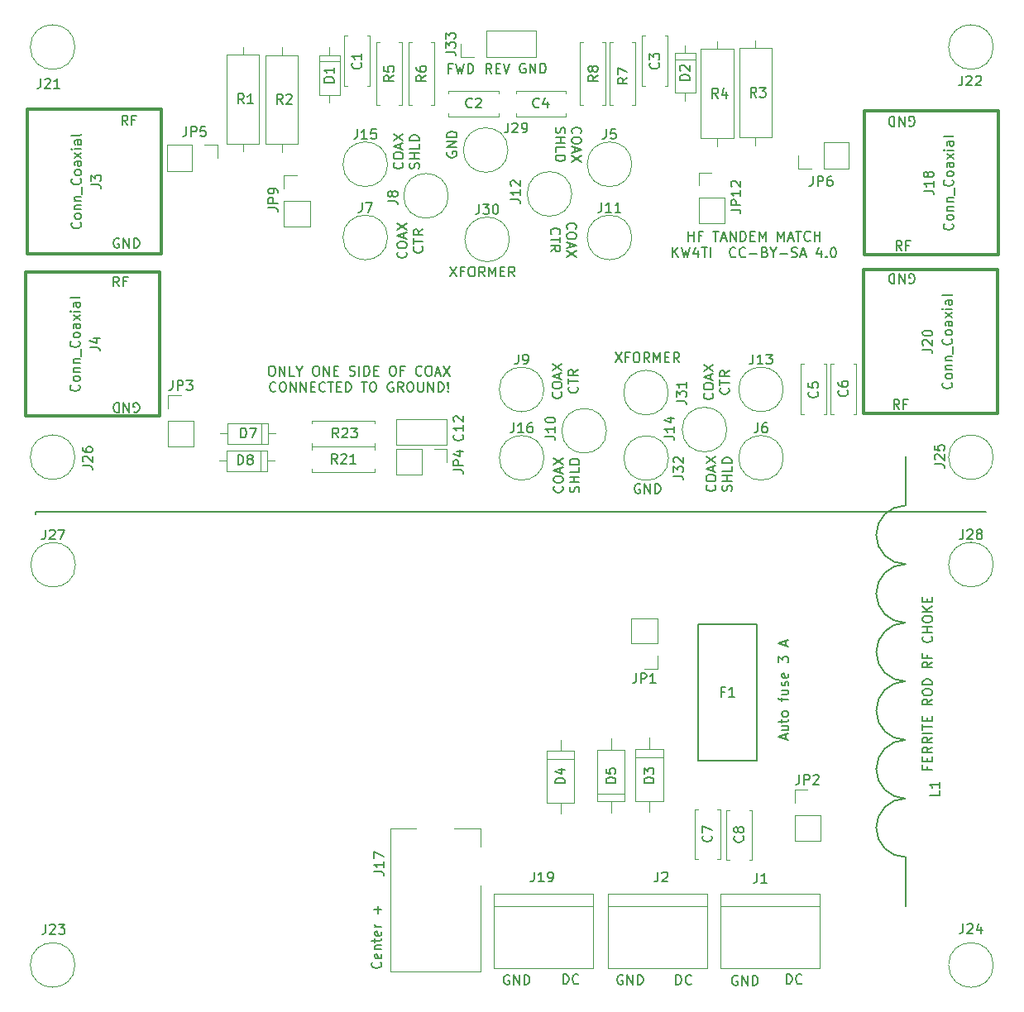
<source format=gbr>
G04 #@! TF.FileFunction,Legend,Top*
%FSLAX46Y46*%
G04 Gerber Fmt 4.6, Leading zero omitted, Abs format (unit mm)*
G04 Created by KiCad (PCBNEW 4.0.7) date 03/05/19 04:47:02*
%MOMM*%
%LPD*%
G01*
G04 APERTURE LIST*
%ADD10C,0.100000*%
%ADD11C,0.200000*%
%ADD12C,0.150000*%
%ADD13C,0.300000*%
%ADD14C,0.120000*%
G04 APERTURE END LIST*
D10*
D11*
X41275000Y-90551000D02*
X41275000Y-90805000D01*
X138557000Y-90551000D02*
X41275000Y-90551000D01*
D12*
X95250095Y-138945881D02*
X95250095Y-137945881D01*
X95488190Y-137945881D01*
X95631048Y-137993500D01*
X95726286Y-138088738D01*
X95773905Y-138183976D01*
X95821524Y-138374452D01*
X95821524Y-138517310D01*
X95773905Y-138707786D01*
X95726286Y-138803024D01*
X95631048Y-138898262D01*
X95488190Y-138945881D01*
X95250095Y-138945881D01*
X96821524Y-138850643D02*
X96773905Y-138898262D01*
X96631048Y-138945881D01*
X96535810Y-138945881D01*
X96392952Y-138898262D01*
X96297714Y-138803024D01*
X96250095Y-138707786D01*
X96202476Y-138517310D01*
X96202476Y-138374452D01*
X96250095Y-138183976D01*
X96297714Y-138088738D01*
X96392952Y-137993500D01*
X96535810Y-137945881D01*
X96631048Y-137945881D01*
X96773905Y-137993500D01*
X96821524Y-138041119D01*
X89725596Y-138057000D02*
X89630358Y-138009381D01*
X89487501Y-138009381D01*
X89344643Y-138057000D01*
X89249405Y-138152238D01*
X89201786Y-138247476D01*
X89154167Y-138437952D01*
X89154167Y-138580810D01*
X89201786Y-138771286D01*
X89249405Y-138866524D01*
X89344643Y-138961762D01*
X89487501Y-139009381D01*
X89582739Y-139009381D01*
X89725596Y-138961762D01*
X89773215Y-138914143D01*
X89773215Y-138580810D01*
X89582739Y-138580810D01*
X90201786Y-139009381D02*
X90201786Y-138009381D01*
X90773215Y-139009381D01*
X90773215Y-138009381D01*
X91249405Y-139009381D02*
X91249405Y-138009381D01*
X91487500Y-138009381D01*
X91630358Y-138057000D01*
X91725596Y-138152238D01*
X91773215Y-138247476D01*
X91820834Y-138437952D01*
X91820834Y-138580810D01*
X91773215Y-138771286D01*
X91725596Y-138866524D01*
X91630358Y-138961762D01*
X91487500Y-139009381D01*
X91249405Y-139009381D01*
X76557143Y-136707238D02*
X76604762Y-136754857D01*
X76652381Y-136897714D01*
X76652381Y-136992952D01*
X76604762Y-137135810D01*
X76509524Y-137231048D01*
X76414286Y-137278667D01*
X76223810Y-137326286D01*
X76080952Y-137326286D01*
X75890476Y-137278667D01*
X75795238Y-137231048D01*
X75700000Y-137135810D01*
X75652381Y-136992952D01*
X75652381Y-136897714D01*
X75700000Y-136754857D01*
X75747619Y-136707238D01*
X76604762Y-135897714D02*
X76652381Y-135992952D01*
X76652381Y-136183429D01*
X76604762Y-136278667D01*
X76509524Y-136326286D01*
X76128571Y-136326286D01*
X76033333Y-136278667D01*
X75985714Y-136183429D01*
X75985714Y-135992952D01*
X76033333Y-135897714D01*
X76128571Y-135850095D01*
X76223810Y-135850095D01*
X76319048Y-136326286D01*
X75985714Y-135421524D02*
X76652381Y-135421524D01*
X76080952Y-135421524D02*
X76033333Y-135373905D01*
X75985714Y-135278667D01*
X75985714Y-135135809D01*
X76033333Y-135040571D01*
X76128571Y-134992952D01*
X76652381Y-134992952D01*
X75985714Y-134659619D02*
X75985714Y-134278667D01*
X75652381Y-134516762D02*
X76509524Y-134516762D01*
X76604762Y-134469143D01*
X76652381Y-134373905D01*
X76652381Y-134278667D01*
X76604762Y-133564380D02*
X76652381Y-133659618D01*
X76652381Y-133850095D01*
X76604762Y-133945333D01*
X76509524Y-133992952D01*
X76128571Y-133992952D01*
X76033333Y-133945333D01*
X75985714Y-133850095D01*
X75985714Y-133659618D01*
X76033333Y-133564380D01*
X76128571Y-133516761D01*
X76223810Y-133516761D01*
X76319048Y-133992952D01*
X76652381Y-133088190D02*
X75985714Y-133088190D01*
X76176190Y-133088190D02*
X76080952Y-133040571D01*
X76033333Y-132992952D01*
X75985714Y-132897714D01*
X75985714Y-132802475D01*
X76271429Y-131707237D02*
X76271429Y-130945332D01*
X76652381Y-131326284D02*
X75890476Y-131326284D01*
X118022667Y-113886620D02*
X118022667Y-113410429D01*
X118308381Y-113981858D02*
X117308381Y-113648525D01*
X118308381Y-113315191D01*
X117641714Y-112553286D02*
X118308381Y-112553286D01*
X117641714Y-112981858D02*
X118165524Y-112981858D01*
X118260762Y-112934239D01*
X118308381Y-112839001D01*
X118308381Y-112696143D01*
X118260762Y-112600905D01*
X118213143Y-112553286D01*
X117641714Y-112219953D02*
X117641714Y-111839001D01*
X117308381Y-112077096D02*
X118165524Y-112077096D01*
X118260762Y-112029477D01*
X118308381Y-111934239D01*
X118308381Y-111839001D01*
X118308381Y-111362810D02*
X118260762Y-111458048D01*
X118213143Y-111505667D01*
X118117905Y-111553286D01*
X117832190Y-111553286D01*
X117736952Y-111505667D01*
X117689333Y-111458048D01*
X117641714Y-111362810D01*
X117641714Y-111219952D01*
X117689333Y-111124714D01*
X117736952Y-111077095D01*
X117832190Y-111029476D01*
X118117905Y-111029476D01*
X118213143Y-111077095D01*
X118260762Y-111124714D01*
X118308381Y-111219952D01*
X118308381Y-111362810D01*
X117641714Y-109981857D02*
X117641714Y-109600905D01*
X118308381Y-109839000D02*
X117451238Y-109839000D01*
X117356000Y-109791381D01*
X117308381Y-109696143D01*
X117308381Y-109600905D01*
X117641714Y-108838999D02*
X118308381Y-108838999D01*
X117641714Y-109267571D02*
X118165524Y-109267571D01*
X118260762Y-109219952D01*
X118308381Y-109124714D01*
X118308381Y-108981856D01*
X118260762Y-108886618D01*
X118213143Y-108838999D01*
X118260762Y-108410428D02*
X118308381Y-108315190D01*
X118308381Y-108124714D01*
X118260762Y-108029475D01*
X118165524Y-107981856D01*
X118117905Y-107981856D01*
X118022667Y-108029475D01*
X117975048Y-108124714D01*
X117975048Y-108267571D01*
X117927429Y-108362809D01*
X117832190Y-108410428D01*
X117784571Y-108410428D01*
X117689333Y-108362809D01*
X117641714Y-108267571D01*
X117641714Y-108124714D01*
X117689333Y-108029475D01*
X118260762Y-107172332D02*
X118308381Y-107267570D01*
X118308381Y-107458047D01*
X118260762Y-107553285D01*
X118165524Y-107600904D01*
X117784571Y-107600904D01*
X117689333Y-107553285D01*
X117641714Y-107458047D01*
X117641714Y-107267570D01*
X117689333Y-107172332D01*
X117784571Y-107124713D01*
X117879810Y-107124713D01*
X117975048Y-107600904D01*
X117308381Y-106029475D02*
X117308381Y-105410427D01*
X117689333Y-105743761D01*
X117689333Y-105600903D01*
X117736952Y-105505665D01*
X117784571Y-105458046D01*
X117879810Y-105410427D01*
X118117905Y-105410427D01*
X118213143Y-105458046D01*
X118260762Y-105505665D01*
X118308381Y-105600903D01*
X118308381Y-105886618D01*
X118260762Y-105981856D01*
X118213143Y-106029475D01*
X118022667Y-104267570D02*
X118022667Y-103791379D01*
X118308381Y-104362808D02*
X117308381Y-104029475D01*
X118308381Y-103696141D01*
X113093596Y-138120500D02*
X112998358Y-138072881D01*
X112855501Y-138072881D01*
X112712643Y-138120500D01*
X112617405Y-138215738D01*
X112569786Y-138310976D01*
X112522167Y-138501452D01*
X112522167Y-138644310D01*
X112569786Y-138834786D01*
X112617405Y-138930024D01*
X112712643Y-139025262D01*
X112855501Y-139072881D01*
X112950739Y-139072881D01*
X113093596Y-139025262D01*
X113141215Y-138977643D01*
X113141215Y-138644310D01*
X112950739Y-138644310D01*
X113569786Y-139072881D02*
X113569786Y-138072881D01*
X114141215Y-139072881D01*
X114141215Y-138072881D01*
X114617405Y-139072881D02*
X114617405Y-138072881D01*
X114855500Y-138072881D01*
X114998358Y-138120500D01*
X115093596Y-138215738D01*
X115141215Y-138310976D01*
X115188834Y-138501452D01*
X115188834Y-138644310D01*
X115141215Y-138834786D01*
X115093596Y-138930024D01*
X114998358Y-139025262D01*
X114855500Y-139072881D01*
X114617405Y-139072881D01*
X106807095Y-139009381D02*
X106807095Y-138009381D01*
X107045190Y-138009381D01*
X107188048Y-138057000D01*
X107283286Y-138152238D01*
X107330905Y-138247476D01*
X107378524Y-138437952D01*
X107378524Y-138580810D01*
X107330905Y-138771286D01*
X107283286Y-138866524D01*
X107188048Y-138961762D01*
X107045190Y-139009381D01*
X106807095Y-139009381D01*
X108378524Y-138914143D02*
X108330905Y-138961762D01*
X108188048Y-139009381D01*
X108092810Y-139009381D01*
X107949952Y-138961762D01*
X107854714Y-138866524D01*
X107807095Y-138771286D01*
X107759476Y-138580810D01*
X107759476Y-138437952D01*
X107807095Y-138247476D01*
X107854714Y-138152238D01*
X107949952Y-138057000D01*
X108092810Y-138009381D01*
X108188048Y-138009381D01*
X108330905Y-138057000D01*
X108378524Y-138104619D01*
X101346096Y-138057000D02*
X101250858Y-138009381D01*
X101108001Y-138009381D01*
X100965143Y-138057000D01*
X100869905Y-138152238D01*
X100822286Y-138247476D01*
X100774667Y-138437952D01*
X100774667Y-138580810D01*
X100822286Y-138771286D01*
X100869905Y-138866524D01*
X100965143Y-138961762D01*
X101108001Y-139009381D01*
X101203239Y-139009381D01*
X101346096Y-138961762D01*
X101393715Y-138914143D01*
X101393715Y-138580810D01*
X101203239Y-138580810D01*
X101822286Y-139009381D02*
X101822286Y-138009381D01*
X102393715Y-139009381D01*
X102393715Y-138009381D01*
X102869905Y-139009381D02*
X102869905Y-138009381D01*
X103108000Y-138009381D01*
X103250858Y-138057000D01*
X103346096Y-138152238D01*
X103393715Y-138247476D01*
X103441334Y-138437952D01*
X103441334Y-138580810D01*
X103393715Y-138771286D01*
X103346096Y-138866524D01*
X103250858Y-138961762D01*
X103108000Y-139009381D01*
X102869905Y-139009381D01*
X132516571Y-116680190D02*
X132516571Y-117013524D01*
X133040381Y-117013524D02*
X132040381Y-117013524D01*
X132040381Y-116537333D01*
X132516571Y-116156381D02*
X132516571Y-115823047D01*
X133040381Y-115680190D02*
X133040381Y-116156381D01*
X132040381Y-116156381D01*
X132040381Y-115680190D01*
X133040381Y-114680190D02*
X132564190Y-115013524D01*
X133040381Y-115251619D02*
X132040381Y-115251619D01*
X132040381Y-114870666D01*
X132088000Y-114775428D01*
X132135619Y-114727809D01*
X132230857Y-114680190D01*
X132373714Y-114680190D01*
X132468952Y-114727809D01*
X132516571Y-114775428D01*
X132564190Y-114870666D01*
X132564190Y-115251619D01*
X133040381Y-113680190D02*
X132564190Y-114013524D01*
X133040381Y-114251619D02*
X132040381Y-114251619D01*
X132040381Y-113870666D01*
X132088000Y-113775428D01*
X132135619Y-113727809D01*
X132230857Y-113680190D01*
X132373714Y-113680190D01*
X132468952Y-113727809D01*
X132516571Y-113775428D01*
X132564190Y-113870666D01*
X132564190Y-114251619D01*
X133040381Y-113251619D02*
X132040381Y-113251619D01*
X132040381Y-112918286D02*
X132040381Y-112346857D01*
X133040381Y-112632572D02*
X132040381Y-112632572D01*
X132516571Y-112013524D02*
X132516571Y-111680190D01*
X133040381Y-111537333D02*
X133040381Y-112013524D01*
X132040381Y-112013524D01*
X132040381Y-111537333D01*
X133040381Y-109775428D02*
X132564190Y-110108762D01*
X133040381Y-110346857D02*
X132040381Y-110346857D01*
X132040381Y-109965904D01*
X132088000Y-109870666D01*
X132135619Y-109823047D01*
X132230857Y-109775428D01*
X132373714Y-109775428D01*
X132468952Y-109823047D01*
X132516571Y-109870666D01*
X132564190Y-109965904D01*
X132564190Y-110346857D01*
X132040381Y-109156381D02*
X132040381Y-108965904D01*
X132088000Y-108870666D01*
X132183238Y-108775428D01*
X132373714Y-108727809D01*
X132707048Y-108727809D01*
X132897524Y-108775428D01*
X132992762Y-108870666D01*
X133040381Y-108965904D01*
X133040381Y-109156381D01*
X132992762Y-109251619D01*
X132897524Y-109346857D01*
X132707048Y-109394476D01*
X132373714Y-109394476D01*
X132183238Y-109346857D01*
X132088000Y-109251619D01*
X132040381Y-109156381D01*
X133040381Y-108299238D02*
X132040381Y-108299238D01*
X132040381Y-108061143D01*
X132088000Y-107918285D01*
X132183238Y-107823047D01*
X132278476Y-107775428D01*
X132468952Y-107727809D01*
X132611810Y-107727809D01*
X132802286Y-107775428D01*
X132897524Y-107823047D01*
X132992762Y-107918285D01*
X133040381Y-108061143D01*
X133040381Y-108299238D01*
X133040381Y-105965904D02*
X132564190Y-106299238D01*
X133040381Y-106537333D02*
X132040381Y-106537333D01*
X132040381Y-106156380D01*
X132088000Y-106061142D01*
X132135619Y-106013523D01*
X132230857Y-105965904D01*
X132373714Y-105965904D01*
X132468952Y-106013523D01*
X132516571Y-106061142D01*
X132564190Y-106156380D01*
X132564190Y-106537333D01*
X132516571Y-105203999D02*
X132516571Y-105537333D01*
X133040381Y-105537333D02*
X132040381Y-105537333D01*
X132040381Y-105061142D01*
X132945143Y-103346856D02*
X132992762Y-103394475D01*
X133040381Y-103537332D01*
X133040381Y-103632570D01*
X132992762Y-103775428D01*
X132897524Y-103870666D01*
X132802286Y-103918285D01*
X132611810Y-103965904D01*
X132468952Y-103965904D01*
X132278476Y-103918285D01*
X132183238Y-103870666D01*
X132088000Y-103775428D01*
X132040381Y-103632570D01*
X132040381Y-103537332D01*
X132088000Y-103394475D01*
X132135619Y-103346856D01*
X133040381Y-102918285D02*
X132040381Y-102918285D01*
X132516571Y-102918285D02*
X132516571Y-102346856D01*
X133040381Y-102346856D02*
X132040381Y-102346856D01*
X132040381Y-101680190D02*
X132040381Y-101489713D01*
X132088000Y-101394475D01*
X132183238Y-101299237D01*
X132373714Y-101251618D01*
X132707048Y-101251618D01*
X132897524Y-101299237D01*
X132992762Y-101394475D01*
X133040381Y-101489713D01*
X133040381Y-101680190D01*
X132992762Y-101775428D01*
X132897524Y-101870666D01*
X132707048Y-101918285D01*
X132373714Y-101918285D01*
X132183238Y-101870666D01*
X132088000Y-101775428D01*
X132040381Y-101680190D01*
X133040381Y-100823047D02*
X132040381Y-100823047D01*
X133040381Y-100251618D02*
X132468952Y-100680190D01*
X132040381Y-100251618D02*
X132611810Y-100823047D01*
X132516571Y-99823047D02*
X132516571Y-99489713D01*
X133040381Y-99346856D02*
X133040381Y-99823047D01*
X132040381Y-99823047D01*
X132040381Y-99346856D01*
X118110095Y-138945881D02*
X118110095Y-137945881D01*
X118348190Y-137945881D01*
X118491048Y-137993500D01*
X118586286Y-138088738D01*
X118633905Y-138183976D01*
X118681524Y-138374452D01*
X118681524Y-138517310D01*
X118633905Y-138707786D01*
X118586286Y-138803024D01*
X118491048Y-138898262D01*
X118348190Y-138945881D01*
X118110095Y-138945881D01*
X119681524Y-138850643D02*
X119633905Y-138898262D01*
X119491048Y-138945881D01*
X119395810Y-138945881D01*
X119252952Y-138898262D01*
X119157714Y-138803024D01*
X119110095Y-138707786D01*
X119062476Y-138517310D01*
X119062476Y-138374452D01*
X119110095Y-138183976D01*
X119157714Y-138088738D01*
X119252952Y-137993500D01*
X119395810Y-137945881D01*
X119491048Y-137945881D01*
X119633905Y-137993500D01*
X119681524Y-138041119D01*
X87942492Y-45715181D02*
X87609158Y-45238990D01*
X87371063Y-45715181D02*
X87371063Y-44715181D01*
X87752016Y-44715181D01*
X87847254Y-44762800D01*
X87894873Y-44810419D01*
X87942492Y-44905657D01*
X87942492Y-45048514D01*
X87894873Y-45143752D01*
X87847254Y-45191371D01*
X87752016Y-45238990D01*
X87371063Y-45238990D01*
X88371063Y-45191371D02*
X88704397Y-45191371D01*
X88847254Y-45715181D02*
X88371063Y-45715181D01*
X88371063Y-44715181D01*
X88847254Y-44715181D01*
X89132968Y-44715181D02*
X89466301Y-45715181D01*
X89799635Y-44715181D01*
X83841389Y-45191371D02*
X83508055Y-45191371D01*
X83508055Y-45715181D02*
X83508055Y-44715181D01*
X83984246Y-44715181D01*
X84269960Y-44715181D02*
X84508055Y-45715181D01*
X84698532Y-45000895D01*
X84889008Y-45715181D01*
X85127103Y-44715181D01*
X85508055Y-45715181D02*
X85508055Y-44715181D01*
X85746150Y-44715181D01*
X85889008Y-44762800D01*
X85984246Y-44858038D01*
X86031865Y-44953276D01*
X86079484Y-45143752D01*
X86079484Y-45286610D01*
X86031865Y-45477086D01*
X85984246Y-45572324D01*
X85889008Y-45667562D01*
X85746150Y-45715181D01*
X85508055Y-45715181D01*
X91384216Y-44706920D02*
X91288978Y-44659301D01*
X91146121Y-44659301D01*
X91003263Y-44706920D01*
X90908025Y-44802158D01*
X90860406Y-44897396D01*
X90812787Y-45087872D01*
X90812787Y-45230730D01*
X90860406Y-45421206D01*
X90908025Y-45516444D01*
X91003263Y-45611682D01*
X91146121Y-45659301D01*
X91241359Y-45659301D01*
X91384216Y-45611682D01*
X91431835Y-45564063D01*
X91431835Y-45230730D01*
X91241359Y-45230730D01*
X91860406Y-45659301D02*
X91860406Y-44659301D01*
X92431835Y-45659301D01*
X92431835Y-44659301D01*
X92908025Y-45659301D02*
X92908025Y-44659301D01*
X93146120Y-44659301D01*
X93288978Y-44706920D01*
X93384216Y-44802158D01*
X93431835Y-44897396D01*
X93479454Y-45087872D01*
X93479454Y-45230730D01*
X93431835Y-45421206D01*
X93384216Y-45516444D01*
X93288978Y-45611682D01*
X93146120Y-45659301D01*
X92908025Y-45659301D01*
X108069904Y-62873381D02*
X108069904Y-61873381D01*
X108069904Y-62349571D02*
X108641333Y-62349571D01*
X108641333Y-62873381D02*
X108641333Y-61873381D01*
X109450857Y-62349571D02*
X109117523Y-62349571D01*
X109117523Y-62873381D02*
X109117523Y-61873381D01*
X109593714Y-61873381D01*
X110593714Y-61873381D02*
X111165143Y-61873381D01*
X110879428Y-62873381D02*
X110879428Y-61873381D01*
X111450857Y-62587667D02*
X111927048Y-62587667D01*
X111355619Y-62873381D02*
X111688952Y-61873381D01*
X112022286Y-62873381D01*
X112355619Y-62873381D02*
X112355619Y-61873381D01*
X112927048Y-62873381D01*
X112927048Y-61873381D01*
X113403238Y-62873381D02*
X113403238Y-61873381D01*
X113641333Y-61873381D01*
X113784191Y-61921000D01*
X113879429Y-62016238D01*
X113927048Y-62111476D01*
X113974667Y-62301952D01*
X113974667Y-62444810D01*
X113927048Y-62635286D01*
X113879429Y-62730524D01*
X113784191Y-62825762D01*
X113641333Y-62873381D01*
X113403238Y-62873381D01*
X114403238Y-62349571D02*
X114736572Y-62349571D01*
X114879429Y-62873381D02*
X114403238Y-62873381D01*
X114403238Y-61873381D01*
X114879429Y-61873381D01*
X115308000Y-62873381D02*
X115308000Y-61873381D01*
X115641334Y-62587667D01*
X115974667Y-61873381D01*
X115974667Y-62873381D01*
X117212762Y-62873381D02*
X117212762Y-61873381D01*
X117546096Y-62587667D01*
X117879429Y-61873381D01*
X117879429Y-62873381D01*
X118308000Y-62587667D02*
X118784191Y-62587667D01*
X118212762Y-62873381D02*
X118546095Y-61873381D01*
X118879429Y-62873381D01*
X119069905Y-61873381D02*
X119641334Y-61873381D01*
X119355619Y-62873381D02*
X119355619Y-61873381D01*
X120546096Y-62778143D02*
X120498477Y-62825762D01*
X120355620Y-62873381D01*
X120260382Y-62873381D01*
X120117524Y-62825762D01*
X120022286Y-62730524D01*
X119974667Y-62635286D01*
X119927048Y-62444810D01*
X119927048Y-62301952D01*
X119974667Y-62111476D01*
X120022286Y-62016238D01*
X120117524Y-61921000D01*
X120260382Y-61873381D01*
X120355620Y-61873381D01*
X120498477Y-61921000D01*
X120546096Y-61968619D01*
X120974667Y-62873381D02*
X120974667Y-61873381D01*
X120974667Y-62349571D02*
X121546096Y-62349571D01*
X121546096Y-62873381D02*
X121546096Y-61873381D01*
X106474667Y-64523381D02*
X106474667Y-63523381D01*
X107046096Y-64523381D02*
X106617524Y-63951952D01*
X107046096Y-63523381D02*
X106474667Y-64094810D01*
X107379429Y-63523381D02*
X107617524Y-64523381D01*
X107808001Y-63809095D01*
X107998477Y-64523381D01*
X108236572Y-63523381D01*
X109046096Y-63856714D02*
X109046096Y-64523381D01*
X108808000Y-63475762D02*
X108569905Y-64190048D01*
X109188953Y-64190048D01*
X109427048Y-63523381D02*
X109998477Y-63523381D01*
X109712762Y-64523381D02*
X109712762Y-63523381D01*
X110331810Y-64523381D02*
X110331810Y-63523381D01*
X112903239Y-64428143D02*
X112855620Y-64475762D01*
X112712763Y-64523381D01*
X112617525Y-64523381D01*
X112474667Y-64475762D01*
X112379429Y-64380524D01*
X112331810Y-64285286D01*
X112284191Y-64094810D01*
X112284191Y-63951952D01*
X112331810Y-63761476D01*
X112379429Y-63666238D01*
X112474667Y-63571000D01*
X112617525Y-63523381D01*
X112712763Y-63523381D01*
X112855620Y-63571000D01*
X112903239Y-63618619D01*
X113903239Y-64428143D02*
X113855620Y-64475762D01*
X113712763Y-64523381D01*
X113617525Y-64523381D01*
X113474667Y-64475762D01*
X113379429Y-64380524D01*
X113331810Y-64285286D01*
X113284191Y-64094810D01*
X113284191Y-63951952D01*
X113331810Y-63761476D01*
X113379429Y-63666238D01*
X113474667Y-63571000D01*
X113617525Y-63523381D01*
X113712763Y-63523381D01*
X113855620Y-63571000D01*
X113903239Y-63618619D01*
X114331810Y-64142429D02*
X115093715Y-64142429D01*
X115903239Y-63999571D02*
X116046096Y-64047190D01*
X116093715Y-64094810D01*
X116141334Y-64190048D01*
X116141334Y-64332905D01*
X116093715Y-64428143D01*
X116046096Y-64475762D01*
X115950858Y-64523381D01*
X115569905Y-64523381D01*
X115569905Y-63523381D01*
X115903239Y-63523381D01*
X115998477Y-63571000D01*
X116046096Y-63618619D01*
X116093715Y-63713857D01*
X116093715Y-63809095D01*
X116046096Y-63904333D01*
X115998477Y-63951952D01*
X115903239Y-63999571D01*
X115569905Y-63999571D01*
X116760381Y-64047190D02*
X116760381Y-64523381D01*
X116427048Y-63523381D02*
X116760381Y-64047190D01*
X117093715Y-63523381D01*
X117427048Y-64142429D02*
X118188953Y-64142429D01*
X118617524Y-64475762D02*
X118760381Y-64523381D01*
X118998477Y-64523381D01*
X119093715Y-64475762D01*
X119141334Y-64428143D01*
X119188953Y-64332905D01*
X119188953Y-64237667D01*
X119141334Y-64142429D01*
X119093715Y-64094810D01*
X118998477Y-64047190D01*
X118808000Y-63999571D01*
X118712762Y-63951952D01*
X118665143Y-63904333D01*
X118617524Y-63809095D01*
X118617524Y-63713857D01*
X118665143Y-63618619D01*
X118712762Y-63571000D01*
X118808000Y-63523381D01*
X119046096Y-63523381D01*
X119188953Y-63571000D01*
X119569905Y-64237667D02*
X120046096Y-64237667D01*
X119474667Y-64523381D02*
X119808000Y-63523381D01*
X120141334Y-64523381D01*
X121665144Y-63856714D02*
X121665144Y-64523381D01*
X121427048Y-63475762D02*
X121188953Y-64190048D01*
X121808001Y-64190048D01*
X122188953Y-64428143D02*
X122236572Y-64475762D01*
X122188953Y-64523381D01*
X122141334Y-64475762D01*
X122188953Y-64428143D01*
X122188953Y-64523381D01*
X122855619Y-63523381D02*
X122950858Y-63523381D01*
X123046096Y-63571000D01*
X123093715Y-63618619D01*
X123141334Y-63713857D01*
X123188953Y-63904333D01*
X123188953Y-64142429D01*
X123141334Y-64332905D01*
X123093715Y-64428143D01*
X123046096Y-64475762D01*
X122950858Y-64523381D01*
X122855619Y-64523381D01*
X122760381Y-64475762D01*
X122712762Y-64428143D01*
X122665143Y-64332905D01*
X122617524Y-64142429D01*
X122617524Y-63904333D01*
X122665143Y-63713857D01*
X122712762Y-63618619D01*
X122760381Y-63571000D01*
X122855619Y-63523381D01*
X49784096Y-62619000D02*
X49688858Y-62571381D01*
X49546001Y-62571381D01*
X49403143Y-62619000D01*
X49307905Y-62714238D01*
X49260286Y-62809476D01*
X49212667Y-62999952D01*
X49212667Y-63142810D01*
X49260286Y-63333286D01*
X49307905Y-63428524D01*
X49403143Y-63523762D01*
X49546001Y-63571381D01*
X49641239Y-63571381D01*
X49784096Y-63523762D01*
X49831715Y-63476143D01*
X49831715Y-63142810D01*
X49641239Y-63142810D01*
X50260286Y-63571381D02*
X50260286Y-62571381D01*
X50831715Y-63571381D01*
X50831715Y-62571381D01*
X51307905Y-63571381D02*
X51307905Y-62571381D01*
X51546000Y-62571381D01*
X51688858Y-62619000D01*
X51784096Y-62714238D01*
X51831715Y-62809476D01*
X51879334Y-62999952D01*
X51879334Y-63142810D01*
X51831715Y-63333286D01*
X51784096Y-63428524D01*
X51688858Y-63523762D01*
X51546000Y-63571381D01*
X51307905Y-63571381D01*
X51307904Y-80383000D02*
X51403142Y-80430619D01*
X51545999Y-80430619D01*
X51688857Y-80383000D01*
X51784095Y-80287762D01*
X51831714Y-80192524D01*
X51879333Y-80002048D01*
X51879333Y-79859190D01*
X51831714Y-79668714D01*
X51784095Y-79573476D01*
X51688857Y-79478238D01*
X51545999Y-79430619D01*
X51450761Y-79430619D01*
X51307904Y-79478238D01*
X51260285Y-79525857D01*
X51260285Y-79859190D01*
X51450761Y-79859190D01*
X50831714Y-79430619D02*
X50831714Y-80430619D01*
X50260285Y-79430619D01*
X50260285Y-80430619D01*
X49784095Y-79430619D02*
X49784095Y-80430619D01*
X49546000Y-80430619D01*
X49403142Y-80383000D01*
X49307904Y-80287762D01*
X49260285Y-80192524D01*
X49212666Y-80002048D01*
X49212666Y-79859190D01*
X49260285Y-79668714D01*
X49307904Y-79573476D01*
X49403142Y-79478238D01*
X49546000Y-79430619D01*
X49784095Y-79430619D01*
X130682904Y-67175000D02*
X130778142Y-67222619D01*
X130920999Y-67222619D01*
X131063857Y-67175000D01*
X131159095Y-67079762D01*
X131206714Y-66984524D01*
X131254333Y-66794048D01*
X131254333Y-66651190D01*
X131206714Y-66460714D01*
X131159095Y-66365476D01*
X131063857Y-66270238D01*
X130920999Y-66222619D01*
X130825761Y-66222619D01*
X130682904Y-66270238D01*
X130635285Y-66317857D01*
X130635285Y-66651190D01*
X130825761Y-66651190D01*
X130206714Y-66222619D02*
X130206714Y-67222619D01*
X129635285Y-66222619D01*
X129635285Y-67222619D01*
X129159095Y-66222619D02*
X129159095Y-67222619D01*
X128921000Y-67222619D01*
X128778142Y-67175000D01*
X128682904Y-67079762D01*
X128635285Y-66984524D01*
X128587666Y-66794048D01*
X128587666Y-66651190D01*
X128635285Y-66460714D01*
X128682904Y-66365476D01*
X128778142Y-66270238D01*
X128921000Y-66222619D01*
X129159095Y-66222619D01*
X130682904Y-51046000D02*
X130778142Y-51093619D01*
X130920999Y-51093619D01*
X131063857Y-51046000D01*
X131159095Y-50950762D01*
X131206714Y-50855524D01*
X131254333Y-50665048D01*
X131254333Y-50522190D01*
X131206714Y-50331714D01*
X131159095Y-50236476D01*
X131063857Y-50141238D01*
X130920999Y-50093619D01*
X130825761Y-50093619D01*
X130682904Y-50141238D01*
X130635285Y-50188857D01*
X130635285Y-50522190D01*
X130825761Y-50522190D01*
X130206714Y-50093619D02*
X130206714Y-51093619D01*
X129635285Y-50093619D01*
X129635285Y-51093619D01*
X129159095Y-50093619D02*
X129159095Y-51093619D01*
X128921000Y-51093619D01*
X128778142Y-51046000D01*
X128682904Y-50950762D01*
X128635285Y-50855524D01*
X128587666Y-50665048D01*
X128587666Y-50522190D01*
X128635285Y-50331714D01*
X128682904Y-50236476D01*
X128778142Y-50141238D01*
X128921000Y-50093619D01*
X129159095Y-50093619D01*
X129928953Y-63825381D02*
X129595619Y-63349190D01*
X129357524Y-63825381D02*
X129357524Y-62825381D01*
X129738477Y-62825381D01*
X129833715Y-62873000D01*
X129881334Y-62920619D01*
X129928953Y-63015857D01*
X129928953Y-63158714D01*
X129881334Y-63253952D01*
X129833715Y-63301571D01*
X129738477Y-63349190D01*
X129357524Y-63349190D01*
X130690858Y-63301571D02*
X130357524Y-63301571D01*
X130357524Y-63825381D02*
X130357524Y-62825381D01*
X130833715Y-62825381D01*
X129674953Y-80081381D02*
X129341619Y-79605190D01*
X129103524Y-80081381D02*
X129103524Y-79081381D01*
X129484477Y-79081381D01*
X129579715Y-79129000D01*
X129627334Y-79176619D01*
X129674953Y-79271857D01*
X129674953Y-79414714D01*
X129627334Y-79509952D01*
X129579715Y-79557571D01*
X129484477Y-79605190D01*
X129103524Y-79605190D01*
X130436858Y-79557571D02*
X130103524Y-79557571D01*
X130103524Y-80081381D02*
X130103524Y-79081381D01*
X130579715Y-79081381D01*
X49791953Y-67508381D02*
X49458619Y-67032190D01*
X49220524Y-67508381D02*
X49220524Y-66508381D01*
X49601477Y-66508381D01*
X49696715Y-66556000D01*
X49744334Y-66603619D01*
X49791953Y-66698857D01*
X49791953Y-66841714D01*
X49744334Y-66936952D01*
X49696715Y-66984571D01*
X49601477Y-67032190D01*
X49220524Y-67032190D01*
X50553858Y-66984571D02*
X50220524Y-66984571D01*
X50220524Y-67508381D02*
X50220524Y-66508381D01*
X50696715Y-66508381D01*
X50680953Y-50998381D02*
X50347619Y-50522190D01*
X50109524Y-50998381D02*
X50109524Y-49998381D01*
X50490477Y-49998381D01*
X50585715Y-50046000D01*
X50633334Y-50093619D01*
X50680953Y-50188857D01*
X50680953Y-50331714D01*
X50633334Y-50426952D01*
X50585715Y-50474571D01*
X50490477Y-50522190D01*
X50109524Y-50522190D01*
X51442858Y-50474571D02*
X51109524Y-50474571D01*
X51109524Y-50998381D02*
X51109524Y-49998381D01*
X51585715Y-49998381D01*
X65347390Y-75665581D02*
X65537867Y-75665581D01*
X65633105Y-75713200D01*
X65728343Y-75808438D01*
X65775962Y-75998914D01*
X65775962Y-76332248D01*
X65728343Y-76522724D01*
X65633105Y-76617962D01*
X65537867Y-76665581D01*
X65347390Y-76665581D01*
X65252152Y-76617962D01*
X65156914Y-76522724D01*
X65109295Y-76332248D01*
X65109295Y-75998914D01*
X65156914Y-75808438D01*
X65252152Y-75713200D01*
X65347390Y-75665581D01*
X66204533Y-76665581D02*
X66204533Y-75665581D01*
X66775962Y-76665581D01*
X66775962Y-75665581D01*
X67728343Y-76665581D02*
X67252152Y-76665581D01*
X67252152Y-75665581D01*
X68252152Y-76189390D02*
X68252152Y-76665581D01*
X67918819Y-75665581D02*
X68252152Y-76189390D01*
X68585486Y-75665581D01*
X69871200Y-75665581D02*
X70061677Y-75665581D01*
X70156915Y-75713200D01*
X70252153Y-75808438D01*
X70299772Y-75998914D01*
X70299772Y-76332248D01*
X70252153Y-76522724D01*
X70156915Y-76617962D01*
X70061677Y-76665581D01*
X69871200Y-76665581D01*
X69775962Y-76617962D01*
X69680724Y-76522724D01*
X69633105Y-76332248D01*
X69633105Y-75998914D01*
X69680724Y-75808438D01*
X69775962Y-75713200D01*
X69871200Y-75665581D01*
X70728343Y-76665581D02*
X70728343Y-75665581D01*
X71299772Y-76665581D01*
X71299772Y-75665581D01*
X71775962Y-76141771D02*
X72109296Y-76141771D01*
X72252153Y-76665581D02*
X71775962Y-76665581D01*
X71775962Y-75665581D01*
X72252153Y-75665581D01*
X73395010Y-76617962D02*
X73537867Y-76665581D01*
X73775963Y-76665581D01*
X73871201Y-76617962D01*
X73918820Y-76570343D01*
X73966439Y-76475105D01*
X73966439Y-76379867D01*
X73918820Y-76284629D01*
X73871201Y-76237010D01*
X73775963Y-76189390D01*
X73585486Y-76141771D01*
X73490248Y-76094152D01*
X73442629Y-76046533D01*
X73395010Y-75951295D01*
X73395010Y-75856057D01*
X73442629Y-75760819D01*
X73490248Y-75713200D01*
X73585486Y-75665581D01*
X73823582Y-75665581D01*
X73966439Y-75713200D01*
X74395010Y-76665581D02*
X74395010Y-75665581D01*
X74871200Y-76665581D02*
X74871200Y-75665581D01*
X75109295Y-75665581D01*
X75252153Y-75713200D01*
X75347391Y-75808438D01*
X75395010Y-75903676D01*
X75442629Y-76094152D01*
X75442629Y-76237010D01*
X75395010Y-76427486D01*
X75347391Y-76522724D01*
X75252153Y-76617962D01*
X75109295Y-76665581D01*
X74871200Y-76665581D01*
X75871200Y-76141771D02*
X76204534Y-76141771D01*
X76347391Y-76665581D02*
X75871200Y-76665581D01*
X75871200Y-75665581D01*
X76347391Y-75665581D01*
X77728343Y-75665581D02*
X77918820Y-75665581D01*
X78014058Y-75713200D01*
X78109296Y-75808438D01*
X78156915Y-75998914D01*
X78156915Y-76332248D01*
X78109296Y-76522724D01*
X78014058Y-76617962D01*
X77918820Y-76665581D01*
X77728343Y-76665581D01*
X77633105Y-76617962D01*
X77537867Y-76522724D01*
X77490248Y-76332248D01*
X77490248Y-75998914D01*
X77537867Y-75808438D01*
X77633105Y-75713200D01*
X77728343Y-75665581D01*
X78918820Y-76141771D02*
X78585486Y-76141771D01*
X78585486Y-76665581D02*
X78585486Y-75665581D01*
X79061677Y-75665581D01*
X80775963Y-76570343D02*
X80728344Y-76617962D01*
X80585487Y-76665581D01*
X80490249Y-76665581D01*
X80347391Y-76617962D01*
X80252153Y-76522724D01*
X80204534Y-76427486D01*
X80156915Y-76237010D01*
X80156915Y-76094152D01*
X80204534Y-75903676D01*
X80252153Y-75808438D01*
X80347391Y-75713200D01*
X80490249Y-75665581D01*
X80585487Y-75665581D01*
X80728344Y-75713200D01*
X80775963Y-75760819D01*
X81395010Y-75665581D02*
X81585487Y-75665581D01*
X81680725Y-75713200D01*
X81775963Y-75808438D01*
X81823582Y-75998914D01*
X81823582Y-76332248D01*
X81775963Y-76522724D01*
X81680725Y-76617962D01*
X81585487Y-76665581D01*
X81395010Y-76665581D01*
X81299772Y-76617962D01*
X81204534Y-76522724D01*
X81156915Y-76332248D01*
X81156915Y-75998914D01*
X81204534Y-75808438D01*
X81299772Y-75713200D01*
X81395010Y-75665581D01*
X82204534Y-76379867D02*
X82680725Y-76379867D01*
X82109296Y-76665581D02*
X82442629Y-75665581D01*
X82775963Y-76665581D01*
X83014058Y-75665581D02*
X83680725Y-76665581D01*
X83680725Y-75665581D02*
X83014058Y-76665581D01*
X65847391Y-78220343D02*
X65799772Y-78267962D01*
X65656915Y-78315581D01*
X65561677Y-78315581D01*
X65418819Y-78267962D01*
X65323581Y-78172724D01*
X65275962Y-78077486D01*
X65228343Y-77887010D01*
X65228343Y-77744152D01*
X65275962Y-77553676D01*
X65323581Y-77458438D01*
X65418819Y-77363200D01*
X65561677Y-77315581D01*
X65656915Y-77315581D01*
X65799772Y-77363200D01*
X65847391Y-77410819D01*
X66466438Y-77315581D02*
X66656915Y-77315581D01*
X66752153Y-77363200D01*
X66847391Y-77458438D01*
X66895010Y-77648914D01*
X66895010Y-77982248D01*
X66847391Y-78172724D01*
X66752153Y-78267962D01*
X66656915Y-78315581D01*
X66466438Y-78315581D01*
X66371200Y-78267962D01*
X66275962Y-78172724D01*
X66228343Y-77982248D01*
X66228343Y-77648914D01*
X66275962Y-77458438D01*
X66371200Y-77363200D01*
X66466438Y-77315581D01*
X67323581Y-78315581D02*
X67323581Y-77315581D01*
X67895010Y-78315581D01*
X67895010Y-77315581D01*
X68371200Y-78315581D02*
X68371200Y-77315581D01*
X68942629Y-78315581D01*
X68942629Y-77315581D01*
X69418819Y-77791771D02*
X69752153Y-77791771D01*
X69895010Y-78315581D02*
X69418819Y-78315581D01*
X69418819Y-77315581D01*
X69895010Y-77315581D01*
X70895010Y-78220343D02*
X70847391Y-78267962D01*
X70704534Y-78315581D01*
X70609296Y-78315581D01*
X70466438Y-78267962D01*
X70371200Y-78172724D01*
X70323581Y-78077486D01*
X70275962Y-77887010D01*
X70275962Y-77744152D01*
X70323581Y-77553676D01*
X70371200Y-77458438D01*
X70466438Y-77363200D01*
X70609296Y-77315581D01*
X70704534Y-77315581D01*
X70847391Y-77363200D01*
X70895010Y-77410819D01*
X71180724Y-77315581D02*
X71752153Y-77315581D01*
X71466438Y-78315581D02*
X71466438Y-77315581D01*
X72085486Y-77791771D02*
X72418820Y-77791771D01*
X72561677Y-78315581D02*
X72085486Y-78315581D01*
X72085486Y-77315581D01*
X72561677Y-77315581D01*
X72990248Y-78315581D02*
X72990248Y-77315581D01*
X73228343Y-77315581D01*
X73371201Y-77363200D01*
X73466439Y-77458438D01*
X73514058Y-77553676D01*
X73561677Y-77744152D01*
X73561677Y-77887010D01*
X73514058Y-78077486D01*
X73466439Y-78172724D01*
X73371201Y-78267962D01*
X73228343Y-78315581D01*
X72990248Y-78315581D01*
X74609296Y-77315581D02*
X75180725Y-77315581D01*
X74895010Y-78315581D02*
X74895010Y-77315581D01*
X75704534Y-77315581D02*
X75895011Y-77315581D01*
X75990249Y-77363200D01*
X76085487Y-77458438D01*
X76133106Y-77648914D01*
X76133106Y-77982248D01*
X76085487Y-78172724D01*
X75990249Y-78267962D01*
X75895011Y-78315581D01*
X75704534Y-78315581D01*
X75609296Y-78267962D01*
X75514058Y-78172724D01*
X75466439Y-77982248D01*
X75466439Y-77648914D01*
X75514058Y-77458438D01*
X75609296Y-77363200D01*
X75704534Y-77315581D01*
X77847392Y-77363200D02*
X77752154Y-77315581D01*
X77609297Y-77315581D01*
X77466439Y-77363200D01*
X77371201Y-77458438D01*
X77323582Y-77553676D01*
X77275963Y-77744152D01*
X77275963Y-77887010D01*
X77323582Y-78077486D01*
X77371201Y-78172724D01*
X77466439Y-78267962D01*
X77609297Y-78315581D01*
X77704535Y-78315581D01*
X77847392Y-78267962D01*
X77895011Y-78220343D01*
X77895011Y-77887010D01*
X77704535Y-77887010D01*
X78895011Y-78315581D02*
X78561677Y-77839390D01*
X78323582Y-78315581D02*
X78323582Y-77315581D01*
X78704535Y-77315581D01*
X78799773Y-77363200D01*
X78847392Y-77410819D01*
X78895011Y-77506057D01*
X78895011Y-77648914D01*
X78847392Y-77744152D01*
X78799773Y-77791771D01*
X78704535Y-77839390D01*
X78323582Y-77839390D01*
X79514058Y-77315581D02*
X79704535Y-77315581D01*
X79799773Y-77363200D01*
X79895011Y-77458438D01*
X79942630Y-77648914D01*
X79942630Y-77982248D01*
X79895011Y-78172724D01*
X79799773Y-78267962D01*
X79704535Y-78315581D01*
X79514058Y-78315581D01*
X79418820Y-78267962D01*
X79323582Y-78172724D01*
X79275963Y-77982248D01*
X79275963Y-77648914D01*
X79323582Y-77458438D01*
X79418820Y-77363200D01*
X79514058Y-77315581D01*
X80371201Y-77315581D02*
X80371201Y-78125105D01*
X80418820Y-78220343D01*
X80466439Y-78267962D01*
X80561677Y-78315581D01*
X80752154Y-78315581D01*
X80847392Y-78267962D01*
X80895011Y-78220343D01*
X80942630Y-78125105D01*
X80942630Y-77315581D01*
X81418820Y-78315581D02*
X81418820Y-77315581D01*
X81990249Y-78315581D01*
X81990249Y-77315581D01*
X82466439Y-78315581D02*
X82466439Y-77315581D01*
X82704534Y-77315581D01*
X82847392Y-77363200D01*
X82942630Y-77458438D01*
X82990249Y-77553676D01*
X83037868Y-77744152D01*
X83037868Y-77887010D01*
X82990249Y-78077486D01*
X82942630Y-78172724D01*
X82847392Y-78267962D01*
X82704534Y-78315581D01*
X82466439Y-78315581D01*
X83466439Y-78220343D02*
X83514058Y-78267962D01*
X83466439Y-78315581D01*
X83418820Y-78267962D01*
X83466439Y-78220343D01*
X83466439Y-78315581D01*
X83466439Y-77934629D02*
X83418820Y-77363200D01*
X83466439Y-77315581D01*
X83514058Y-77363200D01*
X83466439Y-77934629D01*
X83466439Y-77315581D01*
X83710876Y-65492381D02*
X84377543Y-66492381D01*
X84377543Y-65492381D02*
X83710876Y-66492381D01*
X85091829Y-65968571D02*
X84758495Y-65968571D01*
X84758495Y-66492381D02*
X84758495Y-65492381D01*
X85234686Y-65492381D01*
X85806114Y-65492381D02*
X85996591Y-65492381D01*
X86091829Y-65540000D01*
X86187067Y-65635238D01*
X86234686Y-65825714D01*
X86234686Y-66159048D01*
X86187067Y-66349524D01*
X86091829Y-66444762D01*
X85996591Y-66492381D01*
X85806114Y-66492381D01*
X85710876Y-66444762D01*
X85615638Y-66349524D01*
X85568019Y-66159048D01*
X85568019Y-65825714D01*
X85615638Y-65635238D01*
X85710876Y-65540000D01*
X85806114Y-65492381D01*
X87234686Y-66492381D02*
X86901352Y-66016190D01*
X86663257Y-66492381D02*
X86663257Y-65492381D01*
X87044210Y-65492381D01*
X87139448Y-65540000D01*
X87187067Y-65587619D01*
X87234686Y-65682857D01*
X87234686Y-65825714D01*
X87187067Y-65920952D01*
X87139448Y-65968571D01*
X87044210Y-66016190D01*
X86663257Y-66016190D01*
X87663257Y-66492381D02*
X87663257Y-65492381D01*
X87996591Y-66206667D01*
X88329924Y-65492381D01*
X88329924Y-66492381D01*
X88806114Y-65968571D02*
X89139448Y-65968571D01*
X89282305Y-66492381D02*
X88806114Y-66492381D01*
X88806114Y-65492381D01*
X89282305Y-65492381D01*
X90282305Y-66492381D02*
X89948971Y-66016190D01*
X89710876Y-66492381D02*
X89710876Y-65492381D01*
X90091829Y-65492381D01*
X90187067Y-65540000D01*
X90234686Y-65587619D01*
X90282305Y-65682857D01*
X90282305Y-65825714D01*
X90234686Y-65920952D01*
X90187067Y-65968571D01*
X90091829Y-66016190D01*
X89710876Y-66016190D01*
X110784143Y-87860047D02*
X110831762Y-87907666D01*
X110879381Y-88050523D01*
X110879381Y-88145761D01*
X110831762Y-88288619D01*
X110736524Y-88383857D01*
X110641286Y-88431476D01*
X110450810Y-88479095D01*
X110307952Y-88479095D01*
X110117476Y-88431476D01*
X110022238Y-88383857D01*
X109927000Y-88288619D01*
X109879381Y-88145761D01*
X109879381Y-88050523D01*
X109927000Y-87907666D01*
X109974619Y-87860047D01*
X109879381Y-87241000D02*
X109879381Y-87050523D01*
X109927000Y-86955285D01*
X110022238Y-86860047D01*
X110212714Y-86812428D01*
X110546048Y-86812428D01*
X110736524Y-86860047D01*
X110831762Y-86955285D01*
X110879381Y-87050523D01*
X110879381Y-87241000D01*
X110831762Y-87336238D01*
X110736524Y-87431476D01*
X110546048Y-87479095D01*
X110212714Y-87479095D01*
X110022238Y-87431476D01*
X109927000Y-87336238D01*
X109879381Y-87241000D01*
X110593667Y-86431476D02*
X110593667Y-85955285D01*
X110879381Y-86526714D02*
X109879381Y-86193381D01*
X110879381Y-85860047D01*
X109879381Y-85621952D02*
X110879381Y-84955285D01*
X109879381Y-84955285D02*
X110879381Y-85621952D01*
X112481762Y-88455286D02*
X112529381Y-88312429D01*
X112529381Y-88074333D01*
X112481762Y-87979095D01*
X112434143Y-87931476D01*
X112338905Y-87883857D01*
X112243667Y-87883857D01*
X112148429Y-87931476D01*
X112100810Y-87979095D01*
X112053190Y-88074333D01*
X112005571Y-88264810D01*
X111957952Y-88360048D01*
X111910333Y-88407667D01*
X111815095Y-88455286D01*
X111719857Y-88455286D01*
X111624619Y-88407667D01*
X111577000Y-88360048D01*
X111529381Y-88264810D01*
X111529381Y-88026714D01*
X111577000Y-87883857D01*
X112529381Y-87455286D02*
X111529381Y-87455286D01*
X112005571Y-87455286D02*
X112005571Y-86883857D01*
X112529381Y-86883857D02*
X111529381Y-86883857D01*
X112529381Y-85931476D02*
X112529381Y-86407667D01*
X111529381Y-86407667D01*
X112529381Y-85598143D02*
X111529381Y-85598143D01*
X111529381Y-85360048D01*
X111577000Y-85217190D01*
X111672238Y-85121952D01*
X111767476Y-85074333D01*
X111957952Y-85026714D01*
X112100810Y-85026714D01*
X112291286Y-85074333D01*
X112386524Y-85121952D01*
X112481762Y-85217190D01*
X112529381Y-85360048D01*
X112529381Y-85598143D01*
X110530143Y-78462047D02*
X110577762Y-78509666D01*
X110625381Y-78652523D01*
X110625381Y-78747761D01*
X110577762Y-78890619D01*
X110482524Y-78985857D01*
X110387286Y-79033476D01*
X110196810Y-79081095D01*
X110053952Y-79081095D01*
X109863476Y-79033476D01*
X109768238Y-78985857D01*
X109673000Y-78890619D01*
X109625381Y-78747761D01*
X109625381Y-78652523D01*
X109673000Y-78509666D01*
X109720619Y-78462047D01*
X109625381Y-77843000D02*
X109625381Y-77652523D01*
X109673000Y-77557285D01*
X109768238Y-77462047D01*
X109958714Y-77414428D01*
X110292048Y-77414428D01*
X110482524Y-77462047D01*
X110577762Y-77557285D01*
X110625381Y-77652523D01*
X110625381Y-77843000D01*
X110577762Y-77938238D01*
X110482524Y-78033476D01*
X110292048Y-78081095D01*
X109958714Y-78081095D01*
X109768238Y-78033476D01*
X109673000Y-77938238D01*
X109625381Y-77843000D01*
X110339667Y-77033476D02*
X110339667Y-76557285D01*
X110625381Y-77128714D02*
X109625381Y-76795381D01*
X110625381Y-76462047D01*
X109625381Y-76223952D02*
X110625381Y-75557285D01*
X109625381Y-75557285D02*
X110625381Y-76223952D01*
X112180143Y-77914428D02*
X112227762Y-77962047D01*
X112275381Y-78104904D01*
X112275381Y-78200142D01*
X112227762Y-78343000D01*
X112132524Y-78438238D01*
X112037286Y-78485857D01*
X111846810Y-78533476D01*
X111703952Y-78533476D01*
X111513476Y-78485857D01*
X111418238Y-78438238D01*
X111323000Y-78343000D01*
X111275381Y-78200142D01*
X111275381Y-78104904D01*
X111323000Y-77962047D01*
X111370619Y-77914428D01*
X111275381Y-77628714D02*
X111275381Y-77057285D01*
X112275381Y-77343000D02*
X111275381Y-77343000D01*
X112275381Y-76152523D02*
X111799190Y-76485857D01*
X112275381Y-76723952D02*
X111275381Y-76723952D01*
X111275381Y-76342999D01*
X111323000Y-76247761D01*
X111370619Y-76200142D01*
X111465857Y-76152523D01*
X111608714Y-76152523D01*
X111703952Y-76200142D01*
X111751571Y-76247761D01*
X111799190Y-76342999D01*
X111799190Y-76723952D01*
X95163143Y-87987047D02*
X95210762Y-88034666D01*
X95258381Y-88177523D01*
X95258381Y-88272761D01*
X95210762Y-88415619D01*
X95115524Y-88510857D01*
X95020286Y-88558476D01*
X94829810Y-88606095D01*
X94686952Y-88606095D01*
X94496476Y-88558476D01*
X94401238Y-88510857D01*
X94306000Y-88415619D01*
X94258381Y-88272761D01*
X94258381Y-88177523D01*
X94306000Y-88034666D01*
X94353619Y-87987047D01*
X94258381Y-87368000D02*
X94258381Y-87177523D01*
X94306000Y-87082285D01*
X94401238Y-86987047D01*
X94591714Y-86939428D01*
X94925048Y-86939428D01*
X95115524Y-86987047D01*
X95210762Y-87082285D01*
X95258381Y-87177523D01*
X95258381Y-87368000D01*
X95210762Y-87463238D01*
X95115524Y-87558476D01*
X94925048Y-87606095D01*
X94591714Y-87606095D01*
X94401238Y-87558476D01*
X94306000Y-87463238D01*
X94258381Y-87368000D01*
X94972667Y-86558476D02*
X94972667Y-86082285D01*
X95258381Y-86653714D02*
X94258381Y-86320381D01*
X95258381Y-85987047D01*
X94258381Y-85748952D02*
X95258381Y-85082285D01*
X94258381Y-85082285D02*
X95258381Y-85748952D01*
X96860762Y-88582286D02*
X96908381Y-88439429D01*
X96908381Y-88201333D01*
X96860762Y-88106095D01*
X96813143Y-88058476D01*
X96717905Y-88010857D01*
X96622667Y-88010857D01*
X96527429Y-88058476D01*
X96479810Y-88106095D01*
X96432190Y-88201333D01*
X96384571Y-88391810D01*
X96336952Y-88487048D01*
X96289333Y-88534667D01*
X96194095Y-88582286D01*
X96098857Y-88582286D01*
X96003619Y-88534667D01*
X95956000Y-88487048D01*
X95908381Y-88391810D01*
X95908381Y-88153714D01*
X95956000Y-88010857D01*
X96908381Y-87582286D02*
X95908381Y-87582286D01*
X96384571Y-87582286D02*
X96384571Y-87010857D01*
X96908381Y-87010857D02*
X95908381Y-87010857D01*
X96908381Y-86058476D02*
X96908381Y-86534667D01*
X95908381Y-86534667D01*
X96908381Y-85725143D02*
X95908381Y-85725143D01*
X95908381Y-85487048D01*
X95956000Y-85344190D01*
X96051238Y-85248952D01*
X96146476Y-85201333D01*
X96336952Y-85153714D01*
X96479810Y-85153714D01*
X96670286Y-85201333D01*
X96765524Y-85248952D01*
X96860762Y-85344190D01*
X96908381Y-85487048D01*
X96908381Y-85725143D01*
X95036143Y-78335047D02*
X95083762Y-78382666D01*
X95131381Y-78525523D01*
X95131381Y-78620761D01*
X95083762Y-78763619D01*
X94988524Y-78858857D01*
X94893286Y-78906476D01*
X94702810Y-78954095D01*
X94559952Y-78954095D01*
X94369476Y-78906476D01*
X94274238Y-78858857D01*
X94179000Y-78763619D01*
X94131381Y-78620761D01*
X94131381Y-78525523D01*
X94179000Y-78382666D01*
X94226619Y-78335047D01*
X94131381Y-77716000D02*
X94131381Y-77525523D01*
X94179000Y-77430285D01*
X94274238Y-77335047D01*
X94464714Y-77287428D01*
X94798048Y-77287428D01*
X94988524Y-77335047D01*
X95083762Y-77430285D01*
X95131381Y-77525523D01*
X95131381Y-77716000D01*
X95083762Y-77811238D01*
X94988524Y-77906476D01*
X94798048Y-77954095D01*
X94464714Y-77954095D01*
X94274238Y-77906476D01*
X94179000Y-77811238D01*
X94131381Y-77716000D01*
X94845667Y-76906476D02*
X94845667Y-76430285D01*
X95131381Y-77001714D02*
X94131381Y-76668381D01*
X95131381Y-76335047D01*
X94131381Y-76096952D02*
X95131381Y-75430285D01*
X94131381Y-75430285D02*
X95131381Y-76096952D01*
X96686143Y-77787428D02*
X96733762Y-77835047D01*
X96781381Y-77977904D01*
X96781381Y-78073142D01*
X96733762Y-78216000D01*
X96638524Y-78311238D01*
X96543286Y-78358857D01*
X96352810Y-78406476D01*
X96209952Y-78406476D01*
X96019476Y-78358857D01*
X95924238Y-78311238D01*
X95829000Y-78216000D01*
X95781381Y-78073142D01*
X95781381Y-77977904D01*
X95829000Y-77835047D01*
X95876619Y-77787428D01*
X95781381Y-77501714D02*
X95781381Y-76930285D01*
X96781381Y-77216000D02*
X95781381Y-77216000D01*
X96781381Y-76025523D02*
X96305190Y-76358857D01*
X96781381Y-76596952D02*
X95781381Y-76596952D01*
X95781381Y-76215999D01*
X95829000Y-76120761D01*
X95876619Y-76073142D01*
X95971857Y-76025523D01*
X96114714Y-76025523D01*
X96209952Y-76073142D01*
X96257571Y-76120761D01*
X96305190Y-76215999D01*
X96305190Y-76596952D01*
X95717857Y-61618953D02*
X95670238Y-61571334D01*
X95622619Y-61428477D01*
X95622619Y-61333239D01*
X95670238Y-61190381D01*
X95765476Y-61095143D01*
X95860714Y-61047524D01*
X96051190Y-60999905D01*
X96194048Y-60999905D01*
X96384524Y-61047524D01*
X96479762Y-61095143D01*
X96575000Y-61190381D01*
X96622619Y-61333239D01*
X96622619Y-61428477D01*
X96575000Y-61571334D01*
X96527381Y-61618953D01*
X96622619Y-62238000D02*
X96622619Y-62428477D01*
X96575000Y-62523715D01*
X96479762Y-62618953D01*
X96289286Y-62666572D01*
X95955952Y-62666572D01*
X95765476Y-62618953D01*
X95670238Y-62523715D01*
X95622619Y-62428477D01*
X95622619Y-62238000D01*
X95670238Y-62142762D01*
X95765476Y-62047524D01*
X95955952Y-61999905D01*
X96289286Y-61999905D01*
X96479762Y-62047524D01*
X96575000Y-62142762D01*
X96622619Y-62238000D01*
X95908333Y-63047524D02*
X95908333Y-63523715D01*
X95622619Y-62952286D02*
X96622619Y-63285619D01*
X95622619Y-63618953D01*
X96622619Y-63857048D02*
X95622619Y-64523715D01*
X96622619Y-64523715D02*
X95622619Y-63857048D01*
X94067857Y-62166572D02*
X94020238Y-62118953D01*
X93972619Y-61976096D01*
X93972619Y-61880858D01*
X94020238Y-61738000D01*
X94115476Y-61642762D01*
X94210714Y-61595143D01*
X94401190Y-61547524D01*
X94544048Y-61547524D01*
X94734524Y-61595143D01*
X94829762Y-61642762D01*
X94925000Y-61738000D01*
X94972619Y-61880858D01*
X94972619Y-61976096D01*
X94925000Y-62118953D01*
X94877381Y-62166572D01*
X94972619Y-62452286D02*
X94972619Y-63023715D01*
X93972619Y-62738000D02*
X94972619Y-62738000D01*
X93972619Y-63928477D02*
X94448810Y-63595143D01*
X93972619Y-63357048D02*
X94972619Y-63357048D01*
X94972619Y-63738001D01*
X94925000Y-63833239D01*
X94877381Y-63880858D01*
X94782143Y-63928477D01*
X94639286Y-63928477D01*
X94544048Y-63880858D01*
X94496429Y-63833239D01*
X94448810Y-63738001D01*
X94448810Y-63357048D01*
X96225857Y-51839953D02*
X96178238Y-51792334D01*
X96130619Y-51649477D01*
X96130619Y-51554239D01*
X96178238Y-51411381D01*
X96273476Y-51316143D01*
X96368714Y-51268524D01*
X96559190Y-51220905D01*
X96702048Y-51220905D01*
X96892524Y-51268524D01*
X96987762Y-51316143D01*
X97083000Y-51411381D01*
X97130619Y-51554239D01*
X97130619Y-51649477D01*
X97083000Y-51792334D01*
X97035381Y-51839953D01*
X97130619Y-52459000D02*
X97130619Y-52649477D01*
X97083000Y-52744715D01*
X96987762Y-52839953D01*
X96797286Y-52887572D01*
X96463952Y-52887572D01*
X96273476Y-52839953D01*
X96178238Y-52744715D01*
X96130619Y-52649477D01*
X96130619Y-52459000D01*
X96178238Y-52363762D01*
X96273476Y-52268524D01*
X96463952Y-52220905D01*
X96797286Y-52220905D01*
X96987762Y-52268524D01*
X97083000Y-52363762D01*
X97130619Y-52459000D01*
X96416333Y-53268524D02*
X96416333Y-53744715D01*
X96130619Y-53173286D02*
X97130619Y-53506619D01*
X96130619Y-53839953D01*
X97130619Y-54078048D02*
X96130619Y-54744715D01*
X97130619Y-54744715D02*
X96130619Y-54078048D01*
X94528238Y-51244714D02*
X94480619Y-51387571D01*
X94480619Y-51625667D01*
X94528238Y-51720905D01*
X94575857Y-51768524D01*
X94671095Y-51816143D01*
X94766333Y-51816143D01*
X94861571Y-51768524D01*
X94909190Y-51720905D01*
X94956810Y-51625667D01*
X95004429Y-51435190D01*
X95052048Y-51339952D01*
X95099667Y-51292333D01*
X95194905Y-51244714D01*
X95290143Y-51244714D01*
X95385381Y-51292333D01*
X95433000Y-51339952D01*
X95480619Y-51435190D01*
X95480619Y-51673286D01*
X95433000Y-51816143D01*
X94480619Y-52244714D02*
X95480619Y-52244714D01*
X95004429Y-52244714D02*
X95004429Y-52816143D01*
X94480619Y-52816143D02*
X95480619Y-52816143D01*
X94480619Y-53768524D02*
X94480619Y-53292333D01*
X95480619Y-53292333D01*
X94480619Y-54101857D02*
X95480619Y-54101857D01*
X95480619Y-54339952D01*
X95433000Y-54482810D01*
X95337762Y-54578048D01*
X95242524Y-54625667D01*
X95052048Y-54673286D01*
X94909190Y-54673286D01*
X94718714Y-54625667D01*
X94623476Y-54578048D01*
X94528238Y-54482810D01*
X94480619Y-54339952D01*
X94480619Y-54101857D01*
X78780143Y-54840047D02*
X78827762Y-54887666D01*
X78875381Y-55030523D01*
X78875381Y-55125761D01*
X78827762Y-55268619D01*
X78732524Y-55363857D01*
X78637286Y-55411476D01*
X78446810Y-55459095D01*
X78303952Y-55459095D01*
X78113476Y-55411476D01*
X78018238Y-55363857D01*
X77923000Y-55268619D01*
X77875381Y-55125761D01*
X77875381Y-55030523D01*
X77923000Y-54887666D01*
X77970619Y-54840047D01*
X77875381Y-54221000D02*
X77875381Y-54030523D01*
X77923000Y-53935285D01*
X78018238Y-53840047D01*
X78208714Y-53792428D01*
X78542048Y-53792428D01*
X78732524Y-53840047D01*
X78827762Y-53935285D01*
X78875381Y-54030523D01*
X78875381Y-54221000D01*
X78827762Y-54316238D01*
X78732524Y-54411476D01*
X78542048Y-54459095D01*
X78208714Y-54459095D01*
X78018238Y-54411476D01*
X77923000Y-54316238D01*
X77875381Y-54221000D01*
X78589667Y-53411476D02*
X78589667Y-52935285D01*
X78875381Y-53506714D02*
X77875381Y-53173381D01*
X78875381Y-52840047D01*
X77875381Y-52601952D02*
X78875381Y-51935285D01*
X77875381Y-51935285D02*
X78875381Y-52601952D01*
X80477762Y-55435286D02*
X80525381Y-55292429D01*
X80525381Y-55054333D01*
X80477762Y-54959095D01*
X80430143Y-54911476D01*
X80334905Y-54863857D01*
X80239667Y-54863857D01*
X80144429Y-54911476D01*
X80096810Y-54959095D01*
X80049190Y-55054333D01*
X80001571Y-55244810D01*
X79953952Y-55340048D01*
X79906333Y-55387667D01*
X79811095Y-55435286D01*
X79715857Y-55435286D01*
X79620619Y-55387667D01*
X79573000Y-55340048D01*
X79525381Y-55244810D01*
X79525381Y-55006714D01*
X79573000Y-54863857D01*
X80525381Y-54435286D02*
X79525381Y-54435286D01*
X80001571Y-54435286D02*
X80001571Y-53863857D01*
X80525381Y-53863857D02*
X79525381Y-53863857D01*
X80525381Y-52911476D02*
X80525381Y-53387667D01*
X79525381Y-53387667D01*
X80525381Y-52578143D02*
X79525381Y-52578143D01*
X79525381Y-52340048D01*
X79573000Y-52197190D01*
X79668238Y-52101952D01*
X79763476Y-52054333D01*
X79953952Y-52006714D01*
X80096810Y-52006714D01*
X80287286Y-52054333D01*
X80382524Y-52101952D01*
X80477762Y-52197190D01*
X80525381Y-52340048D01*
X80525381Y-52578143D01*
X79161143Y-63984047D02*
X79208762Y-64031666D01*
X79256381Y-64174523D01*
X79256381Y-64269761D01*
X79208762Y-64412619D01*
X79113524Y-64507857D01*
X79018286Y-64555476D01*
X78827810Y-64603095D01*
X78684952Y-64603095D01*
X78494476Y-64555476D01*
X78399238Y-64507857D01*
X78304000Y-64412619D01*
X78256381Y-64269761D01*
X78256381Y-64174523D01*
X78304000Y-64031666D01*
X78351619Y-63984047D01*
X78256381Y-63365000D02*
X78256381Y-63174523D01*
X78304000Y-63079285D01*
X78399238Y-62984047D01*
X78589714Y-62936428D01*
X78923048Y-62936428D01*
X79113524Y-62984047D01*
X79208762Y-63079285D01*
X79256381Y-63174523D01*
X79256381Y-63365000D01*
X79208762Y-63460238D01*
X79113524Y-63555476D01*
X78923048Y-63603095D01*
X78589714Y-63603095D01*
X78399238Y-63555476D01*
X78304000Y-63460238D01*
X78256381Y-63365000D01*
X78970667Y-62555476D02*
X78970667Y-62079285D01*
X79256381Y-62650714D02*
X78256381Y-62317381D01*
X79256381Y-61984047D01*
X78256381Y-61745952D02*
X79256381Y-61079285D01*
X78256381Y-61079285D02*
X79256381Y-61745952D01*
X80811143Y-63436428D02*
X80858762Y-63484047D01*
X80906381Y-63626904D01*
X80906381Y-63722142D01*
X80858762Y-63865000D01*
X80763524Y-63960238D01*
X80668286Y-64007857D01*
X80477810Y-64055476D01*
X80334952Y-64055476D01*
X80144476Y-64007857D01*
X80049238Y-63960238D01*
X79954000Y-63865000D01*
X79906381Y-63722142D01*
X79906381Y-63626904D01*
X79954000Y-63484047D01*
X80001619Y-63436428D01*
X79906381Y-63150714D02*
X79906381Y-62579285D01*
X80906381Y-62865000D02*
X79906381Y-62865000D01*
X80906381Y-61674523D02*
X80430190Y-62007857D01*
X80906381Y-62245952D02*
X79906381Y-62245952D01*
X79906381Y-61864999D01*
X79954000Y-61769761D01*
X80001619Y-61722142D01*
X80096857Y-61674523D01*
X80239714Y-61674523D01*
X80334952Y-61722142D01*
X80382571Y-61769761D01*
X80430190Y-61864999D01*
X80430190Y-62245952D01*
X100576476Y-74280781D02*
X101243143Y-75280781D01*
X101243143Y-74280781D02*
X100576476Y-75280781D01*
X101957429Y-74756971D02*
X101624095Y-74756971D01*
X101624095Y-75280781D02*
X101624095Y-74280781D01*
X102100286Y-74280781D01*
X102671714Y-74280781D02*
X102862191Y-74280781D01*
X102957429Y-74328400D01*
X103052667Y-74423638D01*
X103100286Y-74614114D01*
X103100286Y-74947448D01*
X103052667Y-75137924D01*
X102957429Y-75233162D01*
X102862191Y-75280781D01*
X102671714Y-75280781D01*
X102576476Y-75233162D01*
X102481238Y-75137924D01*
X102433619Y-74947448D01*
X102433619Y-74614114D01*
X102481238Y-74423638D01*
X102576476Y-74328400D01*
X102671714Y-74280781D01*
X104100286Y-75280781D02*
X103766952Y-74804590D01*
X103528857Y-75280781D02*
X103528857Y-74280781D01*
X103909810Y-74280781D01*
X104005048Y-74328400D01*
X104052667Y-74376019D01*
X104100286Y-74471257D01*
X104100286Y-74614114D01*
X104052667Y-74709352D01*
X104005048Y-74756971D01*
X103909810Y-74804590D01*
X103528857Y-74804590D01*
X104528857Y-75280781D02*
X104528857Y-74280781D01*
X104862191Y-74995067D01*
X105195524Y-74280781D01*
X105195524Y-75280781D01*
X105671714Y-74756971D02*
X106005048Y-74756971D01*
X106147905Y-75280781D02*
X105671714Y-75280781D01*
X105671714Y-74280781D01*
X106147905Y-74280781D01*
X107147905Y-75280781D02*
X106814571Y-74804590D01*
X106576476Y-75280781D02*
X106576476Y-74280781D01*
X106957429Y-74280781D01*
X107052667Y-74328400D01*
X107100286Y-74376019D01*
X107147905Y-74471257D01*
X107147905Y-74614114D01*
X107100286Y-74709352D01*
X107052667Y-74756971D01*
X106957429Y-74804590D01*
X106576476Y-74804590D01*
X83421600Y-53746304D02*
X83373981Y-53841542D01*
X83373981Y-53984399D01*
X83421600Y-54127257D01*
X83516838Y-54222495D01*
X83612076Y-54270114D01*
X83802552Y-54317733D01*
X83945410Y-54317733D01*
X84135886Y-54270114D01*
X84231124Y-54222495D01*
X84326362Y-54127257D01*
X84373981Y-53984399D01*
X84373981Y-53889161D01*
X84326362Y-53746304D01*
X84278743Y-53698685D01*
X83945410Y-53698685D01*
X83945410Y-53889161D01*
X84373981Y-53270114D02*
X83373981Y-53270114D01*
X84373981Y-52698685D01*
X83373981Y-52698685D01*
X84373981Y-52222495D02*
X83373981Y-52222495D01*
X83373981Y-51984400D01*
X83421600Y-51841542D01*
X83516838Y-51746304D01*
X83612076Y-51698685D01*
X83802552Y-51651066D01*
X83945410Y-51651066D01*
X84135886Y-51698685D01*
X84231124Y-51746304D01*
X84326362Y-51841542D01*
X84373981Y-51984400D01*
X84373981Y-52222495D01*
X103124096Y-87765000D02*
X103028858Y-87717381D01*
X102886001Y-87717381D01*
X102743143Y-87765000D01*
X102647905Y-87860238D01*
X102600286Y-87955476D01*
X102552667Y-88145952D01*
X102552667Y-88288810D01*
X102600286Y-88479286D01*
X102647905Y-88574524D01*
X102743143Y-88669762D01*
X102886001Y-88717381D01*
X102981239Y-88717381D01*
X103124096Y-88669762D01*
X103171715Y-88622143D01*
X103171715Y-88288810D01*
X102981239Y-88288810D01*
X103600286Y-88717381D02*
X103600286Y-87717381D01*
X104171715Y-88717381D01*
X104171715Y-87717381D01*
X104647905Y-88717381D02*
X104647905Y-87717381D01*
X104886000Y-87717381D01*
X105028858Y-87765000D01*
X105124096Y-87860238D01*
X105171715Y-87955476D01*
X105219334Y-88145952D01*
X105219334Y-88288810D01*
X105171715Y-88479286D01*
X105124096Y-88574524D01*
X105028858Y-88669762D01*
X104886000Y-88717381D01*
X104647905Y-88717381D01*
D13*
X40386000Y-64169000D02*
X54086000Y-64169000D01*
X54086000Y-49369000D02*
X40386000Y-49369000D01*
X54086000Y-49369000D02*
X54086000Y-64169000D01*
X40386000Y-49369000D02*
X40386000Y-64169000D01*
D14*
X88138000Y-130937000D02*
X98298000Y-130937000D01*
X88138000Y-129667000D02*
X88138000Y-137287000D01*
X88138000Y-137287000D02*
X98298000Y-137287000D01*
X98298000Y-137287000D02*
X98298000Y-129667000D01*
X98298000Y-129667000D02*
X88138000Y-129667000D01*
X112683400Y-43204700D02*
X109363400Y-43204700D01*
X109363400Y-43204700D02*
X109363400Y-52324700D01*
X109363400Y-52324700D02*
X112683400Y-52324700D01*
X112683400Y-52324700D02*
X112683400Y-43204700D01*
X111023400Y-42394700D02*
X111023400Y-43204700D01*
X111023400Y-53134700D02*
X111023400Y-52324700D01*
X102286000Y-55000000D02*
G75*
G03X102286000Y-55000000I-2286000J0D01*
G01*
X77286000Y-62500000D02*
G75*
G03X77286000Y-62500000I-2286000J0D01*
G01*
X83502500Y-58229500D02*
G75*
G03X83502500Y-58229500I-2286000J0D01*
G01*
X93294000Y-78064000D02*
G75*
G03X93294000Y-78064000I-2286000J0D01*
G01*
X99695000Y-82296000D02*
G75*
G03X99695000Y-82296000I-2286000J0D01*
G01*
X102286000Y-62500000D02*
G75*
G03X102286000Y-62500000I-2286000J0D01*
G01*
X96139000Y-58039000D02*
G75*
G03X96139000Y-58039000I-2286000J0D01*
G01*
X117794000Y-78064000D02*
G75*
G03X117794000Y-78064000I-2286000J0D01*
G01*
X112014000Y-82169000D02*
G75*
G03X112014000Y-82169000I-2286000J0D01*
G01*
X77286000Y-55000000D02*
G75*
G03X77286000Y-55000000I-2286000J0D01*
G01*
X93294000Y-85064000D02*
G75*
G03X93294000Y-85064000I-2286000J0D01*
G01*
X45286000Y-43000000D02*
G75*
G03X45286000Y-43000000I-2286000J0D01*
G01*
X139286000Y-43000000D02*
G75*
G03X139286000Y-43000000I-2286000J0D01*
G01*
X45286000Y-137000000D02*
G75*
G03X45286000Y-137000000I-2286000J0D01*
G01*
X139286000Y-137000000D02*
G75*
G03X139286000Y-137000000I-2286000J0D01*
G01*
X117794000Y-85064000D02*
G75*
G03X117794000Y-85064000I-2286000J0D01*
G01*
X89611200Y-53543200D02*
G75*
G03X89611200Y-53543200I-2286000J0D01*
G01*
X89763600Y-62687200D02*
G75*
G03X89763600Y-62687200I-2286000J0D01*
G01*
X106019600Y-78384400D02*
G75*
G03X106019600Y-78384400I-2286000J0D01*
G01*
X106045000Y-85090000D02*
G75*
G03X106045000Y-85090000I-2286000J0D01*
G01*
X75478000Y-41850000D02*
X75478000Y-46970000D01*
X72858000Y-41850000D02*
X72858000Y-46970000D01*
X75478000Y-41850000D02*
X75164000Y-41850000D01*
X73172000Y-41850000D02*
X72858000Y-41850000D01*
X75478000Y-46970000D02*
X75164000Y-46970000D01*
X73172000Y-46970000D02*
X72858000Y-46970000D01*
X83506000Y-47458000D02*
X88626000Y-47458000D01*
X83506000Y-50078000D02*
X88626000Y-50078000D01*
X83506000Y-47458000D02*
X83506000Y-47772000D01*
X83506000Y-49764000D02*
X83506000Y-50078000D01*
X88626000Y-47458000D02*
X88626000Y-47772000D01*
X88626000Y-49764000D02*
X88626000Y-50078000D01*
X105958000Y-41850000D02*
X105958000Y-46970000D01*
X103338000Y-41850000D02*
X103338000Y-46970000D01*
X105958000Y-41850000D02*
X105644000Y-41850000D01*
X103652000Y-41850000D02*
X103338000Y-41850000D01*
X105958000Y-46970000D02*
X105644000Y-46970000D01*
X103652000Y-46970000D02*
X103338000Y-46970000D01*
X95564000Y-50078000D02*
X90444000Y-50078000D01*
X95564000Y-47458000D02*
X90444000Y-47458000D01*
X95564000Y-50078000D02*
X95564000Y-49764000D01*
X95564000Y-47772000D02*
X95564000Y-47458000D01*
X90444000Y-50078000D02*
X90444000Y-49764000D01*
X90444000Y-47772000D02*
X90444000Y-47458000D01*
X92516000Y-44002000D02*
X92516000Y-41342000D01*
X87376000Y-44002000D02*
X92516000Y-44002000D01*
X87376000Y-41342000D02*
X92516000Y-41342000D01*
X87376000Y-44002000D02*
X87376000Y-41342000D01*
X86106000Y-44002000D02*
X84776000Y-44002000D01*
X84776000Y-44002000D02*
X84776000Y-42672000D01*
X76490000Y-48930000D02*
X76160000Y-48930000D01*
X76160000Y-48930000D02*
X76160000Y-42510000D01*
X76160000Y-42510000D02*
X76490000Y-42510000D01*
X78450000Y-48930000D02*
X78780000Y-48930000D01*
X78780000Y-48930000D02*
X78780000Y-42510000D01*
X78780000Y-42510000D02*
X78450000Y-42510000D01*
X81752000Y-42510000D02*
X82082000Y-42510000D01*
X82082000Y-42510000D02*
X82082000Y-48930000D01*
X82082000Y-48930000D02*
X81752000Y-48930000D01*
X79792000Y-42510000D02*
X79462000Y-42510000D01*
X79462000Y-42510000D02*
X79462000Y-48930000D01*
X79462000Y-48930000D02*
X79792000Y-48930000D01*
X100366000Y-48930000D02*
X100036000Y-48930000D01*
X100036000Y-48930000D02*
X100036000Y-42510000D01*
X100036000Y-42510000D02*
X100366000Y-42510000D01*
X102326000Y-48930000D02*
X102656000Y-48930000D01*
X102656000Y-48930000D02*
X102656000Y-42510000D01*
X102656000Y-42510000D02*
X102326000Y-42510000D01*
X99278000Y-42510000D02*
X99608000Y-42510000D01*
X99608000Y-42510000D02*
X99608000Y-48930000D01*
X99608000Y-48930000D02*
X99278000Y-48930000D01*
X97318000Y-42510000D02*
X96988000Y-42510000D01*
X96988000Y-42510000D02*
X96988000Y-48930000D01*
X96988000Y-48930000D02*
X97318000Y-48930000D01*
X72383200Y-43812400D02*
X70263200Y-43812400D01*
X70263200Y-43812400D02*
X70263200Y-47932400D01*
X70263200Y-47932400D02*
X72383200Y-47932400D01*
X72383200Y-47932400D02*
X72383200Y-43812400D01*
X71323200Y-43042400D02*
X71323200Y-43812400D01*
X71323200Y-48702400D02*
X71323200Y-47932400D01*
X72383200Y-44472400D02*
X70263200Y-44472400D01*
X108806800Y-43583800D02*
X106686800Y-43583800D01*
X106686800Y-43583800D02*
X106686800Y-47703800D01*
X106686800Y-47703800D02*
X108806800Y-47703800D01*
X108806800Y-47703800D02*
X108806800Y-43583800D01*
X107746800Y-42813800D02*
X107746800Y-43583800D01*
X107746800Y-48473800D02*
X107746800Y-47703800D01*
X108806800Y-44243800D02*
X106686800Y-44243800D01*
X54677000Y-53026000D02*
X54677000Y-55686000D01*
X57277000Y-53026000D02*
X54677000Y-53026000D01*
X57277000Y-55686000D02*
X54677000Y-55686000D01*
X57277000Y-53026000D02*
X57277000Y-55686000D01*
X58547000Y-53026000D02*
X59877000Y-53026000D01*
X59877000Y-53026000D02*
X59877000Y-54356000D01*
X124520000Y-55432000D02*
X124520000Y-52772000D01*
X121920000Y-55432000D02*
X124520000Y-55432000D01*
X121920000Y-52772000D02*
X124520000Y-52772000D01*
X121920000Y-55432000D02*
X121920000Y-52772000D01*
X120650000Y-55432000D02*
X119320000Y-55432000D01*
X119320000Y-55432000D02*
X119320000Y-54102000D01*
X54804000Y-83880000D02*
X57464000Y-83880000D01*
X54804000Y-81280000D02*
X54804000Y-83880000D01*
X57464000Y-81280000D02*
X57464000Y-83880000D01*
X54804000Y-81280000D02*
X57464000Y-81280000D01*
X54804000Y-80010000D02*
X54804000Y-78680000D01*
X54804000Y-78680000D02*
X56134000Y-78680000D01*
X78172000Y-84141000D02*
X78172000Y-86801000D01*
X80772000Y-84141000D02*
X78172000Y-84141000D01*
X80772000Y-86801000D02*
X78172000Y-86801000D01*
X80772000Y-84141000D02*
X80772000Y-86801000D01*
X82042000Y-84141000D02*
X83372000Y-84141000D01*
X83372000Y-84141000D02*
X83372000Y-85471000D01*
X75981000Y-86197000D02*
X75981000Y-86527000D01*
X75981000Y-86527000D02*
X69561000Y-86527000D01*
X69561000Y-86527000D02*
X69561000Y-86197000D01*
X75981000Y-84237000D02*
X75981000Y-83907000D01*
X75981000Y-83907000D02*
X69561000Y-83907000D01*
X69561000Y-83907000D02*
X69561000Y-84237000D01*
X65052000Y-83610000D02*
X65052000Y-81490000D01*
X65052000Y-81490000D02*
X60932000Y-81490000D01*
X60932000Y-81490000D02*
X60932000Y-83610000D01*
X60932000Y-83610000D02*
X65052000Y-83610000D01*
X65822000Y-82550000D02*
X65052000Y-82550000D01*
X60162000Y-82550000D02*
X60932000Y-82550000D01*
X64392000Y-83610000D02*
X64392000Y-81490000D01*
X64925000Y-86404000D02*
X64925000Y-84284000D01*
X64925000Y-84284000D02*
X60805000Y-84284000D01*
X60805000Y-84284000D02*
X60805000Y-86404000D01*
X60805000Y-86404000D02*
X64925000Y-86404000D01*
X65695000Y-85344000D02*
X64925000Y-85344000D01*
X60035000Y-85344000D02*
X60805000Y-85344000D01*
X64265000Y-86404000D02*
X64265000Y-84284000D01*
X78192000Y-81113000D02*
X83312000Y-81113000D01*
X78192000Y-83733000D02*
X83312000Y-83733000D01*
X78192000Y-81113000D02*
X78192000Y-83733000D01*
X83312000Y-81113000D02*
X83312000Y-83733000D01*
X75981000Y-83530000D02*
X75981000Y-83860000D01*
X75981000Y-83860000D02*
X69561000Y-83860000D01*
X69561000Y-83860000D02*
X69561000Y-83530000D01*
X75981000Y-81570000D02*
X75981000Y-81240000D01*
X75981000Y-81240000D02*
X69561000Y-81240000D01*
X69561000Y-81240000D02*
X69561000Y-81570000D01*
X66681040Y-61365440D02*
X69341040Y-61365440D01*
X66681040Y-58765440D02*
X66681040Y-61365440D01*
X69341040Y-58765440D02*
X69341040Y-61365440D01*
X66681040Y-58765440D02*
X69341040Y-58765440D01*
X66681040Y-57495440D02*
X66681040Y-56165440D01*
X66681040Y-56165440D02*
X68011040Y-56165440D01*
X109119360Y-61035240D02*
X111779360Y-61035240D01*
X109119360Y-58435240D02*
X109119360Y-61035240D01*
X111779360Y-58435240D02*
X111779360Y-61035240D01*
X109119360Y-58435240D02*
X111779360Y-58435240D01*
X109119360Y-57165240D02*
X109119360Y-55835240D01*
X109119360Y-55835240D02*
X110449360Y-55835240D01*
X116607700Y-43128500D02*
X113287700Y-43128500D01*
X113287700Y-43128500D02*
X113287700Y-52248500D01*
X113287700Y-52248500D02*
X116607700Y-52248500D01*
X116607700Y-52248500D02*
X116607700Y-43128500D01*
X114947700Y-42318500D02*
X114947700Y-43128500D01*
X114947700Y-53058500D02*
X114947700Y-52248500D01*
X68106400Y-43814300D02*
X64786400Y-43814300D01*
X64786400Y-43814300D02*
X64786400Y-52934300D01*
X64786400Y-52934300D02*
X68106400Y-52934300D01*
X68106400Y-52934300D02*
X68106400Y-43814300D01*
X66446400Y-43004300D02*
X66446400Y-43814300D01*
X66446400Y-53744300D02*
X66446400Y-52934300D01*
X64144000Y-43776200D02*
X60824000Y-43776200D01*
X60824000Y-43776200D02*
X60824000Y-52896200D01*
X60824000Y-52896200D02*
X64144000Y-52896200D01*
X64144000Y-52896200D02*
X64144000Y-43776200D01*
X62484000Y-42966200D02*
X62484000Y-43776200D01*
X62484000Y-53706200D02*
X62484000Y-52896200D01*
X111379000Y-130937000D02*
X121539000Y-130937000D01*
X111379000Y-129667000D02*
X111379000Y-137287000D01*
X111379000Y-137287000D02*
X121539000Y-137287000D01*
X121539000Y-137287000D02*
X121539000Y-129667000D01*
X121539000Y-129667000D02*
X111379000Y-129667000D01*
X119594000Y-80578000D02*
X119594000Y-75458000D01*
X122214000Y-80578000D02*
X122214000Y-75458000D01*
X119594000Y-80578000D02*
X119908000Y-80578000D01*
X121900000Y-80578000D02*
X122214000Y-80578000D01*
X119594000Y-75458000D02*
X119908000Y-75458000D01*
X121900000Y-75458000D02*
X122214000Y-75458000D01*
X122642000Y-80578000D02*
X122642000Y-75458000D01*
X125262000Y-80578000D02*
X125262000Y-75458000D01*
X122642000Y-80578000D02*
X122956000Y-80578000D01*
X124948000Y-80578000D02*
X125262000Y-80578000D01*
X122642000Y-75458000D02*
X122956000Y-75458000D01*
X124948000Y-75458000D02*
X125262000Y-75458000D01*
X108735500Y-126171000D02*
X108735500Y-121051000D01*
X111355500Y-126171000D02*
X111355500Y-121051000D01*
X108735500Y-126171000D02*
X109049500Y-126171000D01*
X111041500Y-126171000D02*
X111355500Y-126171000D01*
X108735500Y-121051000D02*
X109049500Y-121051000D01*
X111041500Y-121051000D02*
X111355500Y-121051000D01*
X111974000Y-126234500D02*
X111974000Y-121114500D01*
X114594000Y-126234500D02*
X114594000Y-121114500D01*
X111974000Y-126234500D02*
X112288000Y-126234500D01*
X114280000Y-126234500D02*
X114594000Y-126234500D01*
X111974000Y-121114500D02*
X112288000Y-121114500D01*
X114280000Y-121114500D02*
X114594000Y-121114500D01*
X99822000Y-130937000D02*
X109982000Y-130937000D01*
X99822000Y-129667000D02*
X99822000Y-137287000D01*
X99822000Y-137287000D02*
X109982000Y-137287000D01*
X109982000Y-137287000D02*
X109982000Y-129667000D01*
X109982000Y-129667000D02*
X99822000Y-129667000D01*
X104898500Y-101476500D02*
X102238500Y-101476500D01*
X104898500Y-104076500D02*
X104898500Y-101476500D01*
X102238500Y-104076500D02*
X102238500Y-101476500D01*
X104898500Y-104076500D02*
X102238500Y-104076500D01*
X104898500Y-105346500D02*
X104898500Y-106676500D01*
X104898500Y-106676500D02*
X103568500Y-106676500D01*
X105486500Y-114878500D02*
X102666500Y-114878500D01*
X102666500Y-114878500D02*
X102666500Y-120198500D01*
X102666500Y-120198500D02*
X105486500Y-120198500D01*
X105486500Y-120198500D02*
X105486500Y-114878500D01*
X104076500Y-113738500D02*
X104076500Y-114878500D01*
X104076500Y-121338500D02*
X104076500Y-120198500D01*
X105486500Y-115718500D02*
X102666500Y-115718500D01*
X96406000Y-115069000D02*
X93586000Y-115069000D01*
X93586000Y-115069000D02*
X93586000Y-120389000D01*
X93586000Y-120389000D02*
X96406000Y-120389000D01*
X96406000Y-120389000D02*
X96406000Y-115069000D01*
X94996000Y-113929000D02*
X94996000Y-115069000D01*
X94996000Y-121529000D02*
X94996000Y-120389000D01*
X96406000Y-115909000D02*
X93586000Y-115909000D01*
X98729500Y-120262000D02*
X101549500Y-120262000D01*
X101549500Y-120262000D02*
X101549500Y-114942000D01*
X101549500Y-114942000D02*
X98729500Y-114942000D01*
X98729500Y-114942000D02*
X98729500Y-120262000D01*
X100139500Y-121402000D02*
X100139500Y-120262000D01*
X100139500Y-113802000D02*
X100139500Y-114942000D01*
X98729500Y-119422000D02*
X101549500Y-119422000D01*
D11*
X114077500Y-116093000D02*
X109077500Y-116093000D01*
X109077500Y-116093000D02*
X109077500Y-102093000D01*
X109077500Y-102093000D02*
X115077500Y-102093000D01*
X115077500Y-102093000D02*
X115077500Y-116093000D01*
X115077500Y-116093000D02*
X114077500Y-116093000D01*
D14*
X86769000Y-128888500D02*
X86769000Y-137688500D01*
X86769000Y-137688500D02*
X77569000Y-137688500D01*
X84069000Y-122988500D02*
X86769000Y-122988500D01*
X86769000Y-122988500D02*
X86769000Y-124888500D01*
X77569000Y-137688500D02*
X77569000Y-122988500D01*
X77569000Y-122988500D02*
X80169000Y-122988500D01*
X118939000Y-124266000D02*
X121599000Y-124266000D01*
X118939000Y-121666000D02*
X118939000Y-124266000D01*
X121599000Y-121666000D02*
X121599000Y-124266000D01*
X118939000Y-121666000D02*
X121599000Y-121666000D01*
X118939000Y-120396000D02*
X118939000Y-119066000D01*
X118939000Y-119066000D02*
X120269000Y-119066000D01*
D11*
X130302000Y-125950000D02*
X130302000Y-130950000D01*
X130302000Y-89950000D02*
X130302000Y-84950000D01*
X127302000Y-92950000D02*
G75*
G03X130302000Y-95950000I3000000J0D01*
G01*
X130302000Y-89950000D02*
G75*
G03X127302000Y-92950000I0J-3000000D01*
G01*
X127302000Y-98950000D02*
G75*
G03X130302000Y-101950000I3000000J0D01*
G01*
X130302000Y-95950000D02*
G75*
G03X127302000Y-98950000I0J-3000000D01*
G01*
X127302000Y-104950000D02*
G75*
G03X130302000Y-107950000I3000000J0D01*
G01*
X130302000Y-101950000D02*
G75*
G03X127302000Y-104950000I0J-3000000D01*
G01*
X130302000Y-107950000D02*
G75*
G03X127302000Y-110950000I0J-3000000D01*
G01*
X127302000Y-110950000D02*
G75*
G03X130302000Y-113950000I3000000J0D01*
G01*
X127302000Y-116950000D02*
G75*
G03X130302000Y-119950000I3000000J0D01*
G01*
X130302000Y-113950000D02*
G75*
G03X127302000Y-116950000I0J-3000000D01*
G01*
X130302000Y-119950000D02*
G75*
G03X127302000Y-122950000I0J-3000000D01*
G01*
X127302000Y-122950000D02*
G75*
G03X130302000Y-125950000I3000000J0D01*
G01*
D13*
X40259000Y-80806000D02*
X53959000Y-80806000D01*
X53959000Y-66006000D02*
X40259000Y-66006000D01*
X53959000Y-66006000D02*
X53959000Y-80806000D01*
X40259000Y-66006000D02*
X40259000Y-80806000D01*
X139827000Y-49496000D02*
X126127000Y-49496000D01*
X126127000Y-64296000D02*
X139827000Y-64296000D01*
X126127000Y-64296000D02*
X126127000Y-49496000D01*
X139827000Y-64296000D02*
X139827000Y-49496000D01*
X139700000Y-65752000D02*
X126000000Y-65752000D01*
X126000000Y-80552000D02*
X139700000Y-80552000D01*
X126000000Y-80552000D02*
X126000000Y-65752000D01*
X139700000Y-80552000D02*
X139700000Y-65752000D01*
D14*
X139286000Y-85000000D02*
G75*
G03X139286000Y-85000000I-2286000J0D01*
G01*
X45286000Y-85000000D02*
G75*
G03X45286000Y-85000000I-2286000J0D01*
G01*
X45339000Y-96012000D02*
G75*
G03X45339000Y-96012000I-2286000J0D01*
G01*
X139286000Y-96000000D02*
G75*
G03X139286000Y-96000000I-2286000J0D01*
G01*
D11*
X46950381Y-57102333D02*
X47664667Y-57102333D01*
X47807524Y-57149953D01*
X47902762Y-57245191D01*
X47950381Y-57388048D01*
X47950381Y-57483286D01*
X46950381Y-56721381D02*
X46950381Y-56102333D01*
X47331333Y-56435667D01*
X47331333Y-56292809D01*
X47378952Y-56197571D01*
X47426571Y-56149952D01*
X47521810Y-56102333D01*
X47759905Y-56102333D01*
X47855143Y-56149952D01*
X47902762Y-56197571D01*
X47950381Y-56292809D01*
X47950381Y-56578524D01*
X47902762Y-56673762D01*
X47855143Y-56721381D01*
X45823143Y-60959476D02*
X45870762Y-61007095D01*
X45918381Y-61149952D01*
X45918381Y-61245190D01*
X45870762Y-61388048D01*
X45775524Y-61483286D01*
X45680286Y-61530905D01*
X45489810Y-61578524D01*
X45346952Y-61578524D01*
X45156476Y-61530905D01*
X45061238Y-61483286D01*
X44966000Y-61388048D01*
X44918381Y-61245190D01*
X44918381Y-61149952D01*
X44966000Y-61007095D01*
X45013619Y-60959476D01*
X45918381Y-60388048D02*
X45870762Y-60483286D01*
X45823143Y-60530905D01*
X45727905Y-60578524D01*
X45442190Y-60578524D01*
X45346952Y-60530905D01*
X45299333Y-60483286D01*
X45251714Y-60388048D01*
X45251714Y-60245190D01*
X45299333Y-60149952D01*
X45346952Y-60102333D01*
X45442190Y-60054714D01*
X45727905Y-60054714D01*
X45823143Y-60102333D01*
X45870762Y-60149952D01*
X45918381Y-60245190D01*
X45918381Y-60388048D01*
X45251714Y-59626143D02*
X45918381Y-59626143D01*
X45346952Y-59626143D02*
X45299333Y-59578524D01*
X45251714Y-59483286D01*
X45251714Y-59340428D01*
X45299333Y-59245190D01*
X45394571Y-59197571D01*
X45918381Y-59197571D01*
X45251714Y-58721381D02*
X45918381Y-58721381D01*
X45346952Y-58721381D02*
X45299333Y-58673762D01*
X45251714Y-58578524D01*
X45251714Y-58435666D01*
X45299333Y-58340428D01*
X45394571Y-58292809D01*
X45918381Y-58292809D01*
X46013619Y-58054714D02*
X46013619Y-57292809D01*
X45823143Y-56483285D02*
X45870762Y-56530904D01*
X45918381Y-56673761D01*
X45918381Y-56768999D01*
X45870762Y-56911857D01*
X45775524Y-57007095D01*
X45680286Y-57054714D01*
X45489810Y-57102333D01*
X45346952Y-57102333D01*
X45156476Y-57054714D01*
X45061238Y-57007095D01*
X44966000Y-56911857D01*
X44918381Y-56768999D01*
X44918381Y-56673761D01*
X44966000Y-56530904D01*
X45013619Y-56483285D01*
X45918381Y-55911857D02*
X45870762Y-56007095D01*
X45823143Y-56054714D01*
X45727905Y-56102333D01*
X45442190Y-56102333D01*
X45346952Y-56054714D01*
X45299333Y-56007095D01*
X45251714Y-55911857D01*
X45251714Y-55768999D01*
X45299333Y-55673761D01*
X45346952Y-55626142D01*
X45442190Y-55578523D01*
X45727905Y-55578523D01*
X45823143Y-55626142D01*
X45870762Y-55673761D01*
X45918381Y-55768999D01*
X45918381Y-55911857D01*
X45918381Y-54721380D02*
X45394571Y-54721380D01*
X45299333Y-54768999D01*
X45251714Y-54864237D01*
X45251714Y-55054714D01*
X45299333Y-55149952D01*
X45870762Y-54721380D02*
X45918381Y-54816618D01*
X45918381Y-55054714D01*
X45870762Y-55149952D01*
X45775524Y-55197571D01*
X45680286Y-55197571D01*
X45585048Y-55149952D01*
X45537429Y-55054714D01*
X45537429Y-54816618D01*
X45489810Y-54721380D01*
X45918381Y-54340428D02*
X45251714Y-53816618D01*
X45251714Y-54340428D02*
X45918381Y-53816618D01*
X45918381Y-53435666D02*
X45251714Y-53435666D01*
X44918381Y-53435666D02*
X44966000Y-53483285D01*
X45013619Y-53435666D01*
X44966000Y-53388047D01*
X44918381Y-53435666D01*
X45013619Y-53435666D01*
X45918381Y-52530904D02*
X45394571Y-52530904D01*
X45299333Y-52578523D01*
X45251714Y-52673761D01*
X45251714Y-52864238D01*
X45299333Y-52959476D01*
X45870762Y-52530904D02*
X45918381Y-52626142D01*
X45918381Y-52864238D01*
X45870762Y-52959476D01*
X45775524Y-53007095D01*
X45680286Y-53007095D01*
X45585048Y-52959476D01*
X45537429Y-52864238D01*
X45537429Y-52626142D01*
X45489810Y-52530904D01*
X45918381Y-51911857D02*
X45870762Y-52007095D01*
X45775524Y-52054714D01*
X44918381Y-52054714D01*
D12*
X92281477Y-127468381D02*
X92281477Y-128182667D01*
X92233857Y-128325524D01*
X92138619Y-128420762D01*
X91995762Y-128468381D01*
X91900524Y-128468381D01*
X93281477Y-128468381D02*
X92710048Y-128468381D01*
X92995762Y-128468381D02*
X92995762Y-127468381D01*
X92900524Y-127611238D01*
X92805286Y-127706476D01*
X92710048Y-127754095D01*
X93757667Y-128468381D02*
X93948143Y-128468381D01*
X94043382Y-128420762D01*
X94091001Y-128373143D01*
X94186239Y-128230286D01*
X94233858Y-128039810D01*
X94233858Y-127658857D01*
X94186239Y-127563619D01*
X94138620Y-127516000D01*
X94043382Y-127468381D01*
X93852905Y-127468381D01*
X93757667Y-127516000D01*
X93710048Y-127563619D01*
X93662429Y-127658857D01*
X93662429Y-127896952D01*
X93710048Y-127992190D01*
X93757667Y-128039810D01*
X93852905Y-128087429D01*
X94043382Y-128087429D01*
X94138620Y-128039810D01*
X94186239Y-127992190D01*
X94233858Y-127896952D01*
X111110734Y-48217081D02*
X110777400Y-47740890D01*
X110539305Y-48217081D02*
X110539305Y-47217081D01*
X110920258Y-47217081D01*
X111015496Y-47264700D01*
X111063115Y-47312319D01*
X111110734Y-47407557D01*
X111110734Y-47550414D01*
X111063115Y-47645652D01*
X111015496Y-47693271D01*
X110920258Y-47740890D01*
X110539305Y-47740890D01*
X111967877Y-47550414D02*
X111967877Y-48217081D01*
X111729781Y-47169462D02*
X111491686Y-47883748D01*
X112110734Y-47883748D01*
X99666667Y-51404381D02*
X99666667Y-52118667D01*
X99619047Y-52261524D01*
X99523809Y-52356762D01*
X99380952Y-52404381D01*
X99285714Y-52404381D01*
X100619048Y-51404381D02*
X100142857Y-51404381D01*
X100095238Y-51880571D01*
X100142857Y-51832952D01*
X100238095Y-51785333D01*
X100476191Y-51785333D01*
X100571429Y-51832952D01*
X100619048Y-51880571D01*
X100666667Y-51975810D01*
X100666667Y-52213905D01*
X100619048Y-52309143D01*
X100571429Y-52356762D01*
X100476191Y-52404381D01*
X100238095Y-52404381D01*
X100142857Y-52356762D01*
X100095238Y-52309143D01*
X74666667Y-58904381D02*
X74666667Y-59618667D01*
X74619047Y-59761524D01*
X74523809Y-59856762D01*
X74380952Y-59904381D01*
X74285714Y-59904381D01*
X75047619Y-58904381D02*
X75714286Y-58904381D01*
X75285714Y-59904381D01*
X77303381Y-58753333D02*
X78017667Y-58753333D01*
X78160524Y-58800953D01*
X78255762Y-58896191D01*
X78303381Y-59039048D01*
X78303381Y-59134286D01*
X77731952Y-58134286D02*
X77684333Y-58229524D01*
X77636714Y-58277143D01*
X77541476Y-58324762D01*
X77493857Y-58324762D01*
X77398619Y-58277143D01*
X77351000Y-58229524D01*
X77303381Y-58134286D01*
X77303381Y-57943809D01*
X77351000Y-57848571D01*
X77398619Y-57800952D01*
X77493857Y-57753333D01*
X77541476Y-57753333D01*
X77636714Y-57800952D01*
X77684333Y-57848571D01*
X77731952Y-57943809D01*
X77731952Y-58134286D01*
X77779571Y-58229524D01*
X77827190Y-58277143D01*
X77922429Y-58324762D01*
X78112905Y-58324762D01*
X78208143Y-58277143D01*
X78255762Y-58229524D01*
X78303381Y-58134286D01*
X78303381Y-57943809D01*
X78255762Y-57848571D01*
X78208143Y-57800952D01*
X78112905Y-57753333D01*
X77922429Y-57753333D01*
X77827190Y-57800952D01*
X77779571Y-57848571D01*
X77731952Y-57943809D01*
X90674667Y-74468381D02*
X90674667Y-75182667D01*
X90627047Y-75325524D01*
X90531809Y-75420762D01*
X90388952Y-75468381D01*
X90293714Y-75468381D01*
X91198476Y-75468381D02*
X91388952Y-75468381D01*
X91484191Y-75420762D01*
X91531810Y-75373143D01*
X91627048Y-75230286D01*
X91674667Y-75039810D01*
X91674667Y-74658857D01*
X91627048Y-74563619D01*
X91579429Y-74516000D01*
X91484191Y-74468381D01*
X91293714Y-74468381D01*
X91198476Y-74516000D01*
X91150857Y-74563619D01*
X91103238Y-74658857D01*
X91103238Y-74896952D01*
X91150857Y-74992190D01*
X91198476Y-75039810D01*
X91293714Y-75087429D01*
X91484191Y-75087429D01*
X91579429Y-75039810D01*
X91627048Y-74992190D01*
X91674667Y-74896952D01*
X93432381Y-82851523D02*
X94146667Y-82851523D01*
X94289524Y-82899143D01*
X94384762Y-82994381D01*
X94432381Y-83137238D01*
X94432381Y-83232476D01*
X94432381Y-81851523D02*
X94432381Y-82422952D01*
X94432381Y-82137238D02*
X93432381Y-82137238D01*
X93575238Y-82232476D01*
X93670476Y-82327714D01*
X93718095Y-82422952D01*
X93432381Y-81232476D02*
X93432381Y-81137237D01*
X93480000Y-81041999D01*
X93527619Y-80994380D01*
X93622857Y-80946761D01*
X93813333Y-80899142D01*
X94051429Y-80899142D01*
X94241905Y-80946761D01*
X94337143Y-80994380D01*
X94384762Y-81041999D01*
X94432381Y-81137237D01*
X94432381Y-81232476D01*
X94384762Y-81327714D01*
X94337143Y-81375333D01*
X94241905Y-81422952D01*
X94051429Y-81470571D01*
X93813333Y-81470571D01*
X93622857Y-81422952D01*
X93527619Y-81375333D01*
X93480000Y-81327714D01*
X93432381Y-81232476D01*
X99190477Y-58904381D02*
X99190477Y-59618667D01*
X99142857Y-59761524D01*
X99047619Y-59856762D01*
X98904762Y-59904381D01*
X98809524Y-59904381D01*
X100190477Y-59904381D02*
X99619048Y-59904381D01*
X99904762Y-59904381D02*
X99904762Y-58904381D01*
X99809524Y-59047238D01*
X99714286Y-59142476D01*
X99619048Y-59190095D01*
X101142858Y-59904381D02*
X100571429Y-59904381D01*
X100857143Y-59904381D02*
X100857143Y-58904381D01*
X100761905Y-59047238D01*
X100666667Y-59142476D01*
X100571429Y-59190095D01*
X89876381Y-58594523D02*
X90590667Y-58594523D01*
X90733524Y-58642143D01*
X90828762Y-58737381D01*
X90876381Y-58880238D01*
X90876381Y-58975476D01*
X90876381Y-57594523D02*
X90876381Y-58165952D01*
X90876381Y-57880238D02*
X89876381Y-57880238D01*
X90019238Y-57975476D01*
X90114476Y-58070714D01*
X90162095Y-58165952D01*
X89971619Y-57213571D02*
X89924000Y-57165952D01*
X89876381Y-57070714D01*
X89876381Y-56832618D01*
X89924000Y-56737380D01*
X89971619Y-56689761D01*
X90066857Y-56642142D01*
X90162095Y-56642142D01*
X90304952Y-56689761D01*
X90876381Y-57261190D01*
X90876381Y-56642142D01*
X114698477Y-74468381D02*
X114698477Y-75182667D01*
X114650857Y-75325524D01*
X114555619Y-75420762D01*
X114412762Y-75468381D01*
X114317524Y-75468381D01*
X115698477Y-75468381D02*
X115127048Y-75468381D01*
X115412762Y-75468381D02*
X115412762Y-74468381D01*
X115317524Y-74611238D01*
X115222286Y-74706476D01*
X115127048Y-74754095D01*
X116031810Y-74468381D02*
X116650858Y-74468381D01*
X116317524Y-74849333D01*
X116460382Y-74849333D01*
X116555620Y-74896952D01*
X116603239Y-74944571D01*
X116650858Y-75039810D01*
X116650858Y-75277905D01*
X116603239Y-75373143D01*
X116555620Y-75420762D01*
X116460382Y-75468381D01*
X116174667Y-75468381D01*
X116079429Y-75420762D01*
X116031810Y-75373143D01*
X105624381Y-82851523D02*
X106338667Y-82851523D01*
X106481524Y-82899143D01*
X106576762Y-82994381D01*
X106624381Y-83137238D01*
X106624381Y-83232476D01*
X106624381Y-81851523D02*
X106624381Y-82422952D01*
X106624381Y-82137238D02*
X105624381Y-82137238D01*
X105767238Y-82232476D01*
X105862476Y-82327714D01*
X105910095Y-82422952D01*
X105957714Y-80994380D02*
X106624381Y-80994380D01*
X105576762Y-81232476D02*
X106291048Y-81470571D01*
X106291048Y-80851523D01*
X74190477Y-51404381D02*
X74190477Y-52118667D01*
X74142857Y-52261524D01*
X74047619Y-52356762D01*
X73904762Y-52404381D01*
X73809524Y-52404381D01*
X75190477Y-52404381D02*
X74619048Y-52404381D01*
X74904762Y-52404381D02*
X74904762Y-51404381D01*
X74809524Y-51547238D01*
X74714286Y-51642476D01*
X74619048Y-51690095D01*
X76095239Y-51404381D02*
X75619048Y-51404381D01*
X75571429Y-51880571D01*
X75619048Y-51832952D01*
X75714286Y-51785333D01*
X75952382Y-51785333D01*
X76047620Y-51832952D01*
X76095239Y-51880571D01*
X76142858Y-51975810D01*
X76142858Y-52213905D01*
X76095239Y-52309143D01*
X76047620Y-52356762D01*
X75952382Y-52404381D01*
X75714286Y-52404381D01*
X75619048Y-52356762D01*
X75571429Y-52309143D01*
X90198477Y-81468381D02*
X90198477Y-82182667D01*
X90150857Y-82325524D01*
X90055619Y-82420762D01*
X89912762Y-82468381D01*
X89817524Y-82468381D01*
X91198477Y-82468381D02*
X90627048Y-82468381D01*
X90912762Y-82468381D02*
X90912762Y-81468381D01*
X90817524Y-81611238D01*
X90722286Y-81706476D01*
X90627048Y-81754095D01*
X92055620Y-81468381D02*
X91865143Y-81468381D01*
X91769905Y-81516000D01*
X91722286Y-81563619D01*
X91627048Y-81706476D01*
X91579429Y-81896952D01*
X91579429Y-82277905D01*
X91627048Y-82373143D01*
X91674667Y-82420762D01*
X91769905Y-82468381D01*
X91960382Y-82468381D01*
X92055620Y-82420762D01*
X92103239Y-82373143D01*
X92150858Y-82277905D01*
X92150858Y-82039810D01*
X92103239Y-81944571D01*
X92055620Y-81896952D01*
X91960382Y-81849333D01*
X91769905Y-81849333D01*
X91674667Y-81896952D01*
X91627048Y-81944571D01*
X91579429Y-82039810D01*
X41767477Y-46220381D02*
X41767477Y-46934667D01*
X41719857Y-47077524D01*
X41624619Y-47172762D01*
X41481762Y-47220381D01*
X41386524Y-47220381D01*
X42196048Y-46315619D02*
X42243667Y-46268000D01*
X42338905Y-46220381D01*
X42577001Y-46220381D01*
X42672239Y-46268000D01*
X42719858Y-46315619D01*
X42767477Y-46410857D01*
X42767477Y-46506095D01*
X42719858Y-46648952D01*
X42148429Y-47220381D01*
X42767477Y-47220381D01*
X43719858Y-47220381D02*
X43148429Y-47220381D01*
X43434143Y-47220381D02*
X43434143Y-46220381D01*
X43338905Y-46363238D01*
X43243667Y-46458476D01*
X43148429Y-46506095D01*
X136096477Y-45934381D02*
X136096477Y-46648667D01*
X136048857Y-46791524D01*
X135953619Y-46886762D01*
X135810762Y-46934381D01*
X135715524Y-46934381D01*
X136525048Y-46029619D02*
X136572667Y-45982000D01*
X136667905Y-45934381D01*
X136906001Y-45934381D01*
X137001239Y-45982000D01*
X137048858Y-46029619D01*
X137096477Y-46124857D01*
X137096477Y-46220095D01*
X137048858Y-46362952D01*
X136477429Y-46934381D01*
X137096477Y-46934381D01*
X137477429Y-46029619D02*
X137525048Y-45982000D01*
X137620286Y-45934381D01*
X137858382Y-45934381D01*
X137953620Y-45982000D01*
X138001239Y-46029619D01*
X138048858Y-46124857D01*
X138048858Y-46220095D01*
X138001239Y-46362952D01*
X137429810Y-46934381D01*
X138048858Y-46934381D01*
X42275477Y-132833881D02*
X42275477Y-133548167D01*
X42227857Y-133691024D01*
X42132619Y-133786262D01*
X41989762Y-133833881D01*
X41894524Y-133833881D01*
X42704048Y-132929119D02*
X42751667Y-132881500D01*
X42846905Y-132833881D01*
X43085001Y-132833881D01*
X43180239Y-132881500D01*
X43227858Y-132929119D01*
X43275477Y-133024357D01*
X43275477Y-133119595D01*
X43227858Y-133262452D01*
X42656429Y-133833881D01*
X43275477Y-133833881D01*
X43608810Y-132833881D02*
X44227858Y-132833881D01*
X43894524Y-133214833D01*
X44037382Y-133214833D01*
X44132620Y-133262452D01*
X44180239Y-133310071D01*
X44227858Y-133405310D01*
X44227858Y-133643405D01*
X44180239Y-133738643D01*
X44132620Y-133786262D01*
X44037382Y-133833881D01*
X43751667Y-133833881D01*
X43656429Y-133786262D01*
X43608810Y-133738643D01*
X136191477Y-132770381D02*
X136191477Y-133484667D01*
X136143857Y-133627524D01*
X136048619Y-133722762D01*
X135905762Y-133770381D01*
X135810524Y-133770381D01*
X136620048Y-132865619D02*
X136667667Y-132818000D01*
X136762905Y-132770381D01*
X137001001Y-132770381D01*
X137096239Y-132818000D01*
X137143858Y-132865619D01*
X137191477Y-132960857D01*
X137191477Y-133056095D01*
X137143858Y-133198952D01*
X136572429Y-133770381D01*
X137191477Y-133770381D01*
X138048620Y-133103714D02*
X138048620Y-133770381D01*
X137810524Y-132722762D02*
X137572429Y-133437048D01*
X138191477Y-133437048D01*
X115174667Y-81468381D02*
X115174667Y-82182667D01*
X115127047Y-82325524D01*
X115031809Y-82420762D01*
X114888952Y-82468381D01*
X114793714Y-82468381D01*
X116079429Y-81468381D02*
X115888952Y-81468381D01*
X115793714Y-81516000D01*
X115746095Y-81563619D01*
X115650857Y-81706476D01*
X115603238Y-81896952D01*
X115603238Y-82277905D01*
X115650857Y-82373143D01*
X115698476Y-82420762D01*
X115793714Y-82468381D01*
X115984191Y-82468381D01*
X116079429Y-82420762D01*
X116127048Y-82373143D01*
X116174667Y-82277905D01*
X116174667Y-82039810D01*
X116127048Y-81944571D01*
X116079429Y-81896952D01*
X115984191Y-81849333D01*
X115793714Y-81849333D01*
X115698476Y-81896952D01*
X115650857Y-81944571D01*
X115603238Y-82039810D01*
X89614477Y-50760381D02*
X89614477Y-51474667D01*
X89566857Y-51617524D01*
X89471619Y-51712762D01*
X89328762Y-51760381D01*
X89233524Y-51760381D01*
X90043048Y-50855619D02*
X90090667Y-50808000D01*
X90185905Y-50760381D01*
X90424001Y-50760381D01*
X90519239Y-50808000D01*
X90566858Y-50855619D01*
X90614477Y-50950857D01*
X90614477Y-51046095D01*
X90566858Y-51188952D01*
X89995429Y-51760381D01*
X90614477Y-51760381D01*
X91090667Y-51760381D02*
X91281143Y-51760381D01*
X91376382Y-51712762D01*
X91424001Y-51665143D01*
X91519239Y-51522286D01*
X91566858Y-51331810D01*
X91566858Y-50950857D01*
X91519239Y-50855619D01*
X91471620Y-50808000D01*
X91376382Y-50760381D01*
X91185905Y-50760381D01*
X91090667Y-50808000D01*
X91043048Y-50855619D01*
X90995429Y-50950857D01*
X90995429Y-51188952D01*
X91043048Y-51284190D01*
X91090667Y-51331810D01*
X91185905Y-51379429D01*
X91376382Y-51379429D01*
X91471620Y-51331810D01*
X91519239Y-51284190D01*
X91566858Y-51188952D01*
X86668077Y-59091581D02*
X86668077Y-59805867D01*
X86620457Y-59948724D01*
X86525219Y-60043962D01*
X86382362Y-60091581D01*
X86287124Y-60091581D01*
X87049029Y-59091581D02*
X87668077Y-59091581D01*
X87334743Y-59472533D01*
X87477601Y-59472533D01*
X87572839Y-59520152D01*
X87620458Y-59567771D01*
X87668077Y-59663010D01*
X87668077Y-59901105D01*
X87620458Y-59996343D01*
X87572839Y-60043962D01*
X87477601Y-60091581D01*
X87191886Y-60091581D01*
X87096648Y-60043962D01*
X87049029Y-59996343D01*
X88287124Y-59091581D02*
X88382363Y-59091581D01*
X88477601Y-59139200D01*
X88525220Y-59186819D01*
X88572839Y-59282057D01*
X88620458Y-59472533D01*
X88620458Y-59710629D01*
X88572839Y-59901105D01*
X88525220Y-59996343D01*
X88477601Y-60043962D01*
X88382363Y-60091581D01*
X88287124Y-60091581D01*
X88191886Y-60043962D01*
X88144267Y-59996343D01*
X88096648Y-59901105D01*
X88049029Y-59710629D01*
X88049029Y-59472533D01*
X88096648Y-59282057D01*
X88144267Y-59186819D01*
X88191886Y-59139200D01*
X88287124Y-59091581D01*
X106853741Y-79237103D02*
X107568027Y-79237103D01*
X107710884Y-79284723D01*
X107806122Y-79379961D01*
X107853741Y-79522818D01*
X107853741Y-79618056D01*
X106853741Y-78856151D02*
X106853741Y-78237103D01*
X107234693Y-78570437D01*
X107234693Y-78427579D01*
X107282312Y-78332341D01*
X107329931Y-78284722D01*
X107425170Y-78237103D01*
X107663265Y-78237103D01*
X107758503Y-78284722D01*
X107806122Y-78332341D01*
X107853741Y-78427579D01*
X107853741Y-78713294D01*
X107806122Y-78808532D01*
X107758503Y-78856151D01*
X107853741Y-77284722D02*
X107853741Y-77856151D01*
X107853741Y-77570437D02*
X106853741Y-77570437D01*
X106996598Y-77665675D01*
X107091836Y-77760913D01*
X107139455Y-77856151D01*
X106533701Y-86930763D02*
X107247987Y-86930763D01*
X107390844Y-86978383D01*
X107486082Y-87073621D01*
X107533701Y-87216478D01*
X107533701Y-87311716D01*
X106533701Y-86549811D02*
X106533701Y-85930763D01*
X106914653Y-86264097D01*
X106914653Y-86121239D01*
X106962272Y-86026001D01*
X107009891Y-85978382D01*
X107105130Y-85930763D01*
X107343225Y-85930763D01*
X107438463Y-85978382D01*
X107486082Y-86026001D01*
X107533701Y-86121239D01*
X107533701Y-86406954D01*
X107486082Y-86502192D01*
X107438463Y-86549811D01*
X106628939Y-85549811D02*
X106581320Y-85502192D01*
X106533701Y-85406954D01*
X106533701Y-85168858D01*
X106581320Y-85073620D01*
X106628939Y-85026001D01*
X106724177Y-84978382D01*
X106819415Y-84978382D01*
X106962272Y-85026001D01*
X107533701Y-85597430D01*
X107533701Y-84978382D01*
X74525143Y-44616666D02*
X74572762Y-44664285D01*
X74620381Y-44807142D01*
X74620381Y-44902380D01*
X74572762Y-45045238D01*
X74477524Y-45140476D01*
X74382286Y-45188095D01*
X74191810Y-45235714D01*
X74048952Y-45235714D01*
X73858476Y-45188095D01*
X73763238Y-45140476D01*
X73668000Y-45045238D01*
X73620381Y-44902380D01*
X73620381Y-44807142D01*
X73668000Y-44664285D01*
X73715619Y-44616666D01*
X74620381Y-43664285D02*
X74620381Y-44235714D01*
X74620381Y-43950000D02*
X73620381Y-43950000D01*
X73763238Y-44045238D01*
X73858476Y-44140476D01*
X73906095Y-44235714D01*
X85939334Y-49125143D02*
X85891715Y-49172762D01*
X85748858Y-49220381D01*
X85653620Y-49220381D01*
X85510762Y-49172762D01*
X85415524Y-49077524D01*
X85367905Y-48982286D01*
X85320286Y-48791810D01*
X85320286Y-48648952D01*
X85367905Y-48458476D01*
X85415524Y-48363238D01*
X85510762Y-48268000D01*
X85653620Y-48220381D01*
X85748858Y-48220381D01*
X85891715Y-48268000D01*
X85939334Y-48315619D01*
X86320286Y-48315619D02*
X86367905Y-48268000D01*
X86463143Y-48220381D01*
X86701239Y-48220381D01*
X86796477Y-48268000D01*
X86844096Y-48315619D01*
X86891715Y-48410857D01*
X86891715Y-48506095D01*
X86844096Y-48648952D01*
X86272667Y-49220381D01*
X86891715Y-49220381D01*
X105005143Y-44616666D02*
X105052762Y-44664285D01*
X105100381Y-44807142D01*
X105100381Y-44902380D01*
X105052762Y-45045238D01*
X104957524Y-45140476D01*
X104862286Y-45188095D01*
X104671810Y-45235714D01*
X104528952Y-45235714D01*
X104338476Y-45188095D01*
X104243238Y-45140476D01*
X104148000Y-45045238D01*
X104100381Y-44902380D01*
X104100381Y-44807142D01*
X104148000Y-44664285D01*
X104195619Y-44616666D01*
X104100381Y-44283333D02*
X104100381Y-43664285D01*
X104481333Y-43997619D01*
X104481333Y-43854761D01*
X104528952Y-43759523D01*
X104576571Y-43711904D01*
X104671810Y-43664285D01*
X104909905Y-43664285D01*
X105005143Y-43711904D01*
X105052762Y-43759523D01*
X105100381Y-43854761D01*
X105100381Y-44140476D01*
X105052762Y-44235714D01*
X105005143Y-44283333D01*
X92797334Y-49125143D02*
X92749715Y-49172762D01*
X92606858Y-49220381D01*
X92511620Y-49220381D01*
X92368762Y-49172762D01*
X92273524Y-49077524D01*
X92225905Y-48982286D01*
X92178286Y-48791810D01*
X92178286Y-48648952D01*
X92225905Y-48458476D01*
X92273524Y-48363238D01*
X92368762Y-48268000D01*
X92511620Y-48220381D01*
X92606858Y-48220381D01*
X92749715Y-48268000D01*
X92797334Y-48315619D01*
X93654477Y-48553714D02*
X93654477Y-49220381D01*
X93416381Y-48172762D02*
X93178286Y-48887048D01*
X93797334Y-48887048D01*
X83228381Y-43481523D02*
X83942667Y-43481523D01*
X84085524Y-43529143D01*
X84180762Y-43624381D01*
X84228381Y-43767238D01*
X84228381Y-43862476D01*
X83228381Y-43100571D02*
X83228381Y-42481523D01*
X83609333Y-42814857D01*
X83609333Y-42671999D01*
X83656952Y-42576761D01*
X83704571Y-42529142D01*
X83799810Y-42481523D01*
X84037905Y-42481523D01*
X84133143Y-42529142D01*
X84180762Y-42576761D01*
X84228381Y-42671999D01*
X84228381Y-42957714D01*
X84180762Y-43052952D01*
X84133143Y-43100571D01*
X83228381Y-42148190D02*
X83228381Y-41529142D01*
X83609333Y-41862476D01*
X83609333Y-41719618D01*
X83656952Y-41624380D01*
X83704571Y-41576761D01*
X83799810Y-41529142D01*
X84037905Y-41529142D01*
X84133143Y-41576761D01*
X84180762Y-41624380D01*
X84228381Y-41719618D01*
X84228381Y-42005333D01*
X84180762Y-42100571D01*
X84133143Y-42148190D01*
X77922381Y-45886666D02*
X77446190Y-46220000D01*
X77922381Y-46458095D02*
X76922381Y-46458095D01*
X76922381Y-46077142D01*
X76970000Y-45981904D01*
X77017619Y-45934285D01*
X77112857Y-45886666D01*
X77255714Y-45886666D01*
X77350952Y-45934285D01*
X77398571Y-45981904D01*
X77446190Y-46077142D01*
X77446190Y-46458095D01*
X76922381Y-44981904D02*
X76922381Y-45458095D01*
X77398571Y-45505714D01*
X77350952Y-45458095D01*
X77303333Y-45362857D01*
X77303333Y-45124761D01*
X77350952Y-45029523D01*
X77398571Y-44981904D01*
X77493810Y-44934285D01*
X77731905Y-44934285D01*
X77827143Y-44981904D01*
X77874762Y-45029523D01*
X77922381Y-45124761D01*
X77922381Y-45362857D01*
X77874762Y-45458095D01*
X77827143Y-45505714D01*
X81224381Y-45886666D02*
X80748190Y-46220000D01*
X81224381Y-46458095D02*
X80224381Y-46458095D01*
X80224381Y-46077142D01*
X80272000Y-45981904D01*
X80319619Y-45934285D01*
X80414857Y-45886666D01*
X80557714Y-45886666D01*
X80652952Y-45934285D01*
X80700571Y-45981904D01*
X80748190Y-46077142D01*
X80748190Y-46458095D01*
X80224381Y-45029523D02*
X80224381Y-45220000D01*
X80272000Y-45315238D01*
X80319619Y-45362857D01*
X80462476Y-45458095D01*
X80652952Y-45505714D01*
X81033905Y-45505714D01*
X81129143Y-45458095D01*
X81176762Y-45410476D01*
X81224381Y-45315238D01*
X81224381Y-45124761D01*
X81176762Y-45029523D01*
X81129143Y-44981904D01*
X81033905Y-44934285D01*
X80795810Y-44934285D01*
X80700571Y-44981904D01*
X80652952Y-45029523D01*
X80605333Y-45124761D01*
X80605333Y-45315238D01*
X80652952Y-45410476D01*
X80700571Y-45458095D01*
X80795810Y-45505714D01*
X101818381Y-46144666D02*
X101342190Y-46478000D01*
X101818381Y-46716095D02*
X100818381Y-46716095D01*
X100818381Y-46335142D01*
X100866000Y-46239904D01*
X100913619Y-46192285D01*
X101008857Y-46144666D01*
X101151714Y-46144666D01*
X101246952Y-46192285D01*
X101294571Y-46239904D01*
X101342190Y-46335142D01*
X101342190Y-46716095D01*
X100818381Y-45811333D02*
X100818381Y-45144666D01*
X101818381Y-45573238D01*
X98826381Y-45890666D02*
X98350190Y-46224000D01*
X98826381Y-46462095D02*
X97826381Y-46462095D01*
X97826381Y-46081142D01*
X97874000Y-45985904D01*
X97921619Y-45938285D01*
X98016857Y-45890666D01*
X98159714Y-45890666D01*
X98254952Y-45938285D01*
X98302571Y-45985904D01*
X98350190Y-46081142D01*
X98350190Y-46462095D01*
X98254952Y-45319238D02*
X98207333Y-45414476D01*
X98159714Y-45462095D01*
X98064476Y-45509714D01*
X98016857Y-45509714D01*
X97921619Y-45462095D01*
X97874000Y-45414476D01*
X97826381Y-45319238D01*
X97826381Y-45128761D01*
X97874000Y-45033523D01*
X97921619Y-44985904D01*
X98016857Y-44938285D01*
X98064476Y-44938285D01*
X98159714Y-44985904D01*
X98207333Y-45033523D01*
X98254952Y-45128761D01*
X98254952Y-45319238D01*
X98302571Y-45414476D01*
X98350190Y-45462095D01*
X98445429Y-45509714D01*
X98635905Y-45509714D01*
X98731143Y-45462095D01*
X98778762Y-45414476D01*
X98826381Y-45319238D01*
X98826381Y-45128761D01*
X98778762Y-45033523D01*
X98731143Y-44985904D01*
X98635905Y-44938285D01*
X98445429Y-44938285D01*
X98350190Y-44985904D01*
X98302571Y-45033523D01*
X98254952Y-45128761D01*
X71775581Y-46610495D02*
X70775581Y-46610495D01*
X70775581Y-46372400D01*
X70823200Y-46229542D01*
X70918438Y-46134304D01*
X71013676Y-46086685D01*
X71204152Y-46039066D01*
X71347010Y-46039066D01*
X71537486Y-46086685D01*
X71632724Y-46134304D01*
X71727962Y-46229542D01*
X71775581Y-46372400D01*
X71775581Y-46610495D01*
X71775581Y-45086685D02*
X71775581Y-45658114D01*
X71775581Y-45372400D02*
X70775581Y-45372400D01*
X70918438Y-45467638D01*
X71013676Y-45562876D01*
X71061295Y-45658114D01*
X108199181Y-46381895D02*
X107199181Y-46381895D01*
X107199181Y-46143800D01*
X107246800Y-46000942D01*
X107342038Y-45905704D01*
X107437276Y-45858085D01*
X107627752Y-45810466D01*
X107770610Y-45810466D01*
X107961086Y-45858085D01*
X108056324Y-45905704D01*
X108151562Y-46000942D01*
X108199181Y-46143800D01*
X108199181Y-46381895D01*
X107294419Y-45429514D02*
X107246800Y-45381895D01*
X107199181Y-45286657D01*
X107199181Y-45048561D01*
X107246800Y-44953323D01*
X107294419Y-44905704D01*
X107389657Y-44858085D01*
X107484895Y-44858085D01*
X107627752Y-44905704D01*
X108199181Y-45477133D01*
X108199181Y-44858085D01*
X56697667Y-51141381D02*
X56697667Y-51855667D01*
X56650047Y-51998524D01*
X56554809Y-52093762D01*
X56411952Y-52141381D01*
X56316714Y-52141381D01*
X57173857Y-52141381D02*
X57173857Y-51141381D01*
X57554810Y-51141381D01*
X57650048Y-51189000D01*
X57697667Y-51236619D01*
X57745286Y-51331857D01*
X57745286Y-51474714D01*
X57697667Y-51569952D01*
X57650048Y-51617571D01*
X57554810Y-51665190D01*
X57173857Y-51665190D01*
X58650048Y-51141381D02*
X58173857Y-51141381D01*
X58126238Y-51617571D01*
X58173857Y-51569952D01*
X58269095Y-51522333D01*
X58507191Y-51522333D01*
X58602429Y-51569952D01*
X58650048Y-51617571D01*
X58697667Y-51712810D01*
X58697667Y-51950905D01*
X58650048Y-52046143D01*
X58602429Y-52093762D01*
X58507191Y-52141381D01*
X58269095Y-52141381D01*
X58173857Y-52093762D01*
X58126238Y-52046143D01*
X120832667Y-56221381D02*
X120832667Y-56935667D01*
X120785047Y-57078524D01*
X120689809Y-57173762D01*
X120546952Y-57221381D01*
X120451714Y-57221381D01*
X121308857Y-57221381D02*
X121308857Y-56221381D01*
X121689810Y-56221381D01*
X121785048Y-56269000D01*
X121832667Y-56316619D01*
X121880286Y-56411857D01*
X121880286Y-56554714D01*
X121832667Y-56649952D01*
X121785048Y-56697571D01*
X121689810Y-56745190D01*
X121308857Y-56745190D01*
X122737429Y-56221381D02*
X122546952Y-56221381D01*
X122451714Y-56269000D01*
X122404095Y-56316619D01*
X122308857Y-56459476D01*
X122261238Y-56649952D01*
X122261238Y-57030905D01*
X122308857Y-57126143D01*
X122356476Y-57173762D01*
X122451714Y-57221381D01*
X122642191Y-57221381D01*
X122737429Y-57173762D01*
X122785048Y-57126143D01*
X122832667Y-57030905D01*
X122832667Y-56792810D01*
X122785048Y-56697571D01*
X122737429Y-56649952D01*
X122642191Y-56602333D01*
X122451714Y-56602333D01*
X122356476Y-56649952D01*
X122308857Y-56697571D01*
X122261238Y-56792810D01*
X55300667Y-77132381D02*
X55300667Y-77846667D01*
X55253047Y-77989524D01*
X55157809Y-78084762D01*
X55014952Y-78132381D01*
X54919714Y-78132381D01*
X55776857Y-78132381D02*
X55776857Y-77132381D01*
X56157810Y-77132381D01*
X56253048Y-77180000D01*
X56300667Y-77227619D01*
X56348286Y-77322857D01*
X56348286Y-77465714D01*
X56300667Y-77560952D01*
X56253048Y-77608571D01*
X56157810Y-77656190D01*
X55776857Y-77656190D01*
X56681619Y-77132381D02*
X57300667Y-77132381D01*
X56967333Y-77513333D01*
X57110191Y-77513333D01*
X57205429Y-77560952D01*
X57253048Y-77608571D01*
X57300667Y-77703810D01*
X57300667Y-77941905D01*
X57253048Y-78037143D01*
X57205429Y-78084762D01*
X57110191Y-78132381D01*
X56824476Y-78132381D01*
X56729238Y-78084762D01*
X56681619Y-78037143D01*
X84034381Y-86304333D02*
X84748667Y-86304333D01*
X84891524Y-86351953D01*
X84986762Y-86447191D01*
X85034381Y-86590048D01*
X85034381Y-86685286D01*
X85034381Y-85828143D02*
X84034381Y-85828143D01*
X84034381Y-85447190D01*
X84082000Y-85351952D01*
X84129619Y-85304333D01*
X84224857Y-85256714D01*
X84367714Y-85256714D01*
X84462952Y-85304333D01*
X84510571Y-85351952D01*
X84558190Y-85447190D01*
X84558190Y-85828143D01*
X84367714Y-84399571D02*
X85034381Y-84399571D01*
X83986762Y-84637667D02*
X84701048Y-84875762D01*
X84701048Y-84256714D01*
X72128143Y-85669381D02*
X71794809Y-85193190D01*
X71556714Y-85669381D02*
X71556714Y-84669381D01*
X71937667Y-84669381D01*
X72032905Y-84717000D01*
X72080524Y-84764619D01*
X72128143Y-84859857D01*
X72128143Y-85002714D01*
X72080524Y-85097952D01*
X72032905Y-85145571D01*
X71937667Y-85193190D01*
X71556714Y-85193190D01*
X72509095Y-84764619D02*
X72556714Y-84717000D01*
X72651952Y-84669381D01*
X72890048Y-84669381D01*
X72985286Y-84717000D01*
X73032905Y-84764619D01*
X73080524Y-84859857D01*
X73080524Y-84955095D01*
X73032905Y-85097952D01*
X72461476Y-85669381D01*
X73080524Y-85669381D01*
X74032905Y-85669381D02*
X73461476Y-85669381D01*
X73747190Y-85669381D02*
X73747190Y-84669381D01*
X73651952Y-84812238D01*
X73556714Y-84907476D01*
X73461476Y-84955095D01*
X62253905Y-83002381D02*
X62253905Y-82002381D01*
X62492000Y-82002381D01*
X62634858Y-82050000D01*
X62730096Y-82145238D01*
X62777715Y-82240476D01*
X62825334Y-82430952D01*
X62825334Y-82573810D01*
X62777715Y-82764286D01*
X62730096Y-82859524D01*
X62634858Y-82954762D01*
X62492000Y-83002381D01*
X62253905Y-83002381D01*
X63158667Y-82002381D02*
X63825334Y-82002381D01*
X63396762Y-83002381D01*
X61956905Y-85757382D02*
X61956905Y-84757382D01*
X62195000Y-84757382D01*
X62337858Y-84805001D01*
X62433096Y-84900239D01*
X62480715Y-84995477D01*
X62528334Y-85185953D01*
X62528334Y-85328811D01*
X62480715Y-85519287D01*
X62433096Y-85614525D01*
X62337858Y-85709763D01*
X62195000Y-85757382D01*
X61956905Y-85757382D01*
X63099762Y-85185953D02*
X63004524Y-85138334D01*
X62956905Y-85090715D01*
X62909286Y-84995477D01*
X62909286Y-84947858D01*
X62956905Y-84852620D01*
X63004524Y-84805001D01*
X63099762Y-84757382D01*
X63290239Y-84757382D01*
X63385477Y-84805001D01*
X63433096Y-84852620D01*
X63480715Y-84947858D01*
X63480715Y-84995477D01*
X63433096Y-85090715D01*
X63385477Y-85138334D01*
X63290239Y-85185953D01*
X63099762Y-85185953D01*
X63004524Y-85233572D01*
X62956905Y-85281191D01*
X62909286Y-85376430D01*
X62909286Y-85566906D01*
X62956905Y-85662144D01*
X63004524Y-85709763D01*
X63099762Y-85757382D01*
X63290239Y-85757382D01*
X63385477Y-85709763D01*
X63433096Y-85662144D01*
X63480715Y-85566906D01*
X63480715Y-85376430D01*
X63433096Y-85281191D01*
X63385477Y-85233572D01*
X63290239Y-85185953D01*
X84939143Y-82684857D02*
X84986762Y-82732476D01*
X85034381Y-82875333D01*
X85034381Y-82970571D01*
X84986762Y-83113429D01*
X84891524Y-83208667D01*
X84796286Y-83256286D01*
X84605810Y-83303905D01*
X84462952Y-83303905D01*
X84272476Y-83256286D01*
X84177238Y-83208667D01*
X84082000Y-83113429D01*
X84034381Y-82970571D01*
X84034381Y-82875333D01*
X84082000Y-82732476D01*
X84129619Y-82684857D01*
X85034381Y-81732476D02*
X85034381Y-82303905D01*
X85034381Y-82018191D02*
X84034381Y-82018191D01*
X84177238Y-82113429D01*
X84272476Y-82208667D01*
X84320095Y-82303905D01*
X84129619Y-81351524D02*
X84082000Y-81303905D01*
X84034381Y-81208667D01*
X84034381Y-80970571D01*
X84082000Y-80875333D01*
X84129619Y-80827714D01*
X84224857Y-80780095D01*
X84320095Y-80780095D01*
X84462952Y-80827714D01*
X85034381Y-81399143D01*
X85034381Y-80780095D01*
X72255143Y-83002381D02*
X71921809Y-82526190D01*
X71683714Y-83002381D02*
X71683714Y-82002381D01*
X72064667Y-82002381D01*
X72159905Y-82050000D01*
X72207524Y-82097619D01*
X72255143Y-82192857D01*
X72255143Y-82335714D01*
X72207524Y-82430952D01*
X72159905Y-82478571D01*
X72064667Y-82526190D01*
X71683714Y-82526190D01*
X72636095Y-82097619D02*
X72683714Y-82050000D01*
X72778952Y-82002381D01*
X73017048Y-82002381D01*
X73112286Y-82050000D01*
X73159905Y-82097619D01*
X73207524Y-82192857D01*
X73207524Y-82288095D01*
X73159905Y-82430952D01*
X72588476Y-83002381D01*
X73207524Y-83002381D01*
X73540857Y-82002381D02*
X74159905Y-82002381D01*
X73826571Y-82383333D01*
X73969429Y-82383333D01*
X74064667Y-82430952D01*
X74112286Y-82478571D01*
X74159905Y-82573810D01*
X74159905Y-82811905D01*
X74112286Y-82907143D01*
X74064667Y-82954762D01*
X73969429Y-83002381D01*
X73683714Y-83002381D01*
X73588476Y-82954762D01*
X73540857Y-82907143D01*
X65047881Y-59443833D02*
X65762167Y-59443833D01*
X65905024Y-59491453D01*
X66000262Y-59586691D01*
X66047881Y-59729548D01*
X66047881Y-59824786D01*
X66047881Y-58967643D02*
X65047881Y-58967643D01*
X65047881Y-58586690D01*
X65095500Y-58491452D01*
X65143119Y-58443833D01*
X65238357Y-58396214D01*
X65381214Y-58396214D01*
X65476452Y-58443833D01*
X65524071Y-58491452D01*
X65571690Y-58586690D01*
X65571690Y-58967643D01*
X66047881Y-57920024D02*
X66047881Y-57729548D01*
X66000262Y-57634309D01*
X65952643Y-57586690D01*
X65809786Y-57491452D01*
X65619310Y-57443833D01*
X65238357Y-57443833D01*
X65143119Y-57491452D01*
X65095500Y-57539071D01*
X65047881Y-57634309D01*
X65047881Y-57824786D01*
X65095500Y-57920024D01*
X65143119Y-57967643D01*
X65238357Y-58015262D01*
X65476452Y-58015262D01*
X65571690Y-57967643D01*
X65619310Y-57920024D01*
X65666929Y-57824786D01*
X65666929Y-57634309D01*
X65619310Y-57539071D01*
X65571690Y-57491452D01*
X65476452Y-57443833D01*
X112418881Y-59666023D02*
X113133167Y-59666023D01*
X113276024Y-59713643D01*
X113371262Y-59808881D01*
X113418881Y-59951738D01*
X113418881Y-60046976D01*
X113418881Y-59189833D02*
X112418881Y-59189833D01*
X112418881Y-58808880D01*
X112466500Y-58713642D01*
X112514119Y-58666023D01*
X112609357Y-58618404D01*
X112752214Y-58618404D01*
X112847452Y-58666023D01*
X112895071Y-58713642D01*
X112942690Y-58808880D01*
X112942690Y-59189833D01*
X113418881Y-57666023D02*
X113418881Y-58237452D01*
X113418881Y-57951738D02*
X112418881Y-57951738D01*
X112561738Y-58046976D01*
X112656976Y-58142214D01*
X112704595Y-58237452D01*
X112514119Y-57285071D02*
X112466500Y-57237452D01*
X112418881Y-57142214D01*
X112418881Y-56904118D01*
X112466500Y-56808880D01*
X112514119Y-56761261D01*
X112609357Y-56713642D01*
X112704595Y-56713642D01*
X112847452Y-56761261D01*
X113418881Y-57332690D01*
X113418881Y-56713642D01*
X115035034Y-48140881D02*
X114701700Y-47664690D01*
X114463605Y-48140881D02*
X114463605Y-47140881D01*
X114844558Y-47140881D01*
X114939796Y-47188500D01*
X114987415Y-47236119D01*
X115035034Y-47331357D01*
X115035034Y-47474214D01*
X114987415Y-47569452D01*
X114939796Y-47617071D01*
X114844558Y-47664690D01*
X114463605Y-47664690D01*
X115368367Y-47140881D02*
X115987415Y-47140881D01*
X115654081Y-47521833D01*
X115796939Y-47521833D01*
X115892177Y-47569452D01*
X115939796Y-47617071D01*
X115987415Y-47712310D01*
X115987415Y-47950405D01*
X115939796Y-48045643D01*
X115892177Y-48093262D01*
X115796939Y-48140881D01*
X115511224Y-48140881D01*
X115415986Y-48093262D01*
X115368367Y-48045643D01*
X66533734Y-48826681D02*
X66200400Y-48350490D01*
X65962305Y-48826681D02*
X65962305Y-47826681D01*
X66343258Y-47826681D01*
X66438496Y-47874300D01*
X66486115Y-47921919D01*
X66533734Y-48017157D01*
X66533734Y-48160014D01*
X66486115Y-48255252D01*
X66438496Y-48302871D01*
X66343258Y-48350490D01*
X65962305Y-48350490D01*
X66914686Y-47921919D02*
X66962305Y-47874300D01*
X67057543Y-47826681D01*
X67295639Y-47826681D01*
X67390877Y-47874300D01*
X67438496Y-47921919D01*
X67486115Y-48017157D01*
X67486115Y-48112395D01*
X67438496Y-48255252D01*
X66867067Y-48826681D01*
X67486115Y-48826681D01*
X62571334Y-48788581D02*
X62238000Y-48312390D01*
X61999905Y-48788581D02*
X61999905Y-47788581D01*
X62380858Y-47788581D01*
X62476096Y-47836200D01*
X62523715Y-47883819D01*
X62571334Y-47979057D01*
X62571334Y-48121914D01*
X62523715Y-48217152D01*
X62476096Y-48264771D01*
X62380858Y-48312390D01*
X61999905Y-48312390D01*
X63523715Y-48788581D02*
X62952286Y-48788581D01*
X63238000Y-48788581D02*
X63238000Y-47788581D01*
X63142762Y-47931438D01*
X63047524Y-48026676D01*
X62952286Y-48074295D01*
X115109667Y-127595381D02*
X115109667Y-128309667D01*
X115062047Y-128452524D01*
X114966809Y-128547762D01*
X114823952Y-128595381D01*
X114728714Y-128595381D01*
X116109667Y-128595381D02*
X115538238Y-128595381D01*
X115823952Y-128595381D02*
X115823952Y-127595381D01*
X115728714Y-127738238D01*
X115633476Y-127833476D01*
X115538238Y-127881095D01*
X121261143Y-78271666D02*
X121308762Y-78319285D01*
X121356381Y-78462142D01*
X121356381Y-78557380D01*
X121308762Y-78700238D01*
X121213524Y-78795476D01*
X121118286Y-78843095D01*
X120927810Y-78890714D01*
X120784952Y-78890714D01*
X120594476Y-78843095D01*
X120499238Y-78795476D01*
X120404000Y-78700238D01*
X120356381Y-78557380D01*
X120356381Y-78462142D01*
X120404000Y-78319285D01*
X120451619Y-78271666D01*
X120356381Y-77366904D02*
X120356381Y-77843095D01*
X120832571Y-77890714D01*
X120784952Y-77843095D01*
X120737333Y-77747857D01*
X120737333Y-77509761D01*
X120784952Y-77414523D01*
X120832571Y-77366904D01*
X120927810Y-77319285D01*
X121165905Y-77319285D01*
X121261143Y-77366904D01*
X121308762Y-77414523D01*
X121356381Y-77509761D01*
X121356381Y-77747857D01*
X121308762Y-77843095D01*
X121261143Y-77890714D01*
X124309143Y-78144666D02*
X124356762Y-78192285D01*
X124404381Y-78335142D01*
X124404381Y-78430380D01*
X124356762Y-78573238D01*
X124261524Y-78668476D01*
X124166286Y-78716095D01*
X123975810Y-78763714D01*
X123832952Y-78763714D01*
X123642476Y-78716095D01*
X123547238Y-78668476D01*
X123452000Y-78573238D01*
X123404381Y-78430380D01*
X123404381Y-78335142D01*
X123452000Y-78192285D01*
X123499619Y-78144666D01*
X123404381Y-77287523D02*
X123404381Y-77478000D01*
X123452000Y-77573238D01*
X123499619Y-77620857D01*
X123642476Y-77716095D01*
X123832952Y-77763714D01*
X124213905Y-77763714D01*
X124309143Y-77716095D01*
X124356762Y-77668476D01*
X124404381Y-77573238D01*
X124404381Y-77382761D01*
X124356762Y-77287523D01*
X124309143Y-77239904D01*
X124213905Y-77192285D01*
X123975810Y-77192285D01*
X123880571Y-77239904D01*
X123832952Y-77287523D01*
X123785333Y-77382761D01*
X123785333Y-77573238D01*
X123832952Y-77668476D01*
X123880571Y-77716095D01*
X123975810Y-77763714D01*
X110402643Y-123737666D02*
X110450262Y-123785285D01*
X110497881Y-123928142D01*
X110497881Y-124023380D01*
X110450262Y-124166238D01*
X110355024Y-124261476D01*
X110259786Y-124309095D01*
X110069310Y-124356714D01*
X109926452Y-124356714D01*
X109735976Y-124309095D01*
X109640738Y-124261476D01*
X109545500Y-124166238D01*
X109497881Y-124023380D01*
X109497881Y-123928142D01*
X109545500Y-123785285D01*
X109593119Y-123737666D01*
X109497881Y-123404333D02*
X109497881Y-122737666D01*
X110497881Y-123166238D01*
X113641143Y-123801166D02*
X113688762Y-123848785D01*
X113736381Y-123991642D01*
X113736381Y-124086880D01*
X113688762Y-124229738D01*
X113593524Y-124324976D01*
X113498286Y-124372595D01*
X113307810Y-124420214D01*
X113164952Y-124420214D01*
X112974476Y-124372595D01*
X112879238Y-124324976D01*
X112784000Y-124229738D01*
X112736381Y-124086880D01*
X112736381Y-123991642D01*
X112784000Y-123848785D01*
X112831619Y-123801166D01*
X113164952Y-123229738D02*
X113117333Y-123324976D01*
X113069714Y-123372595D01*
X112974476Y-123420214D01*
X112926857Y-123420214D01*
X112831619Y-123372595D01*
X112784000Y-123324976D01*
X112736381Y-123229738D01*
X112736381Y-123039261D01*
X112784000Y-122944023D01*
X112831619Y-122896404D01*
X112926857Y-122848785D01*
X112974476Y-122848785D01*
X113069714Y-122896404D01*
X113117333Y-122944023D01*
X113164952Y-123039261D01*
X113164952Y-123229738D01*
X113212571Y-123324976D01*
X113260190Y-123372595D01*
X113355429Y-123420214D01*
X113545905Y-123420214D01*
X113641143Y-123372595D01*
X113688762Y-123324976D01*
X113736381Y-123229738D01*
X113736381Y-123039261D01*
X113688762Y-122944023D01*
X113641143Y-122896404D01*
X113545905Y-122848785D01*
X113355429Y-122848785D01*
X113260190Y-122896404D01*
X113212571Y-122944023D01*
X113164952Y-123039261D01*
X104949667Y-127468381D02*
X104949667Y-128182667D01*
X104902047Y-128325524D01*
X104806809Y-128420762D01*
X104663952Y-128468381D01*
X104568714Y-128468381D01*
X105378238Y-127563619D02*
X105425857Y-127516000D01*
X105521095Y-127468381D01*
X105759191Y-127468381D01*
X105854429Y-127516000D01*
X105902048Y-127563619D01*
X105949667Y-127658857D01*
X105949667Y-127754095D01*
X105902048Y-127896952D01*
X105330619Y-128468381D01*
X105949667Y-128468381D01*
X102735167Y-107128881D02*
X102735167Y-107843167D01*
X102687547Y-107986024D01*
X102592309Y-108081262D01*
X102449452Y-108128881D01*
X102354214Y-108128881D01*
X103211357Y-108128881D02*
X103211357Y-107128881D01*
X103592310Y-107128881D01*
X103687548Y-107176500D01*
X103735167Y-107224119D01*
X103782786Y-107319357D01*
X103782786Y-107462214D01*
X103735167Y-107557452D01*
X103687548Y-107605071D01*
X103592310Y-107652690D01*
X103211357Y-107652690D01*
X104735167Y-108128881D02*
X104163738Y-108128881D01*
X104449452Y-108128881D02*
X104449452Y-107128881D01*
X104354214Y-107271738D01*
X104258976Y-107366976D01*
X104163738Y-107414595D01*
X104528881Y-118340095D02*
X103528881Y-118340095D01*
X103528881Y-118102000D01*
X103576500Y-117959142D01*
X103671738Y-117863904D01*
X103766976Y-117816285D01*
X103957452Y-117768666D01*
X104100310Y-117768666D01*
X104290786Y-117816285D01*
X104386024Y-117863904D01*
X104481262Y-117959142D01*
X104528881Y-118102000D01*
X104528881Y-118340095D01*
X103528881Y-117435333D02*
X103528881Y-116816285D01*
X103909833Y-117149619D01*
X103909833Y-117006761D01*
X103957452Y-116911523D01*
X104005071Y-116863904D01*
X104100310Y-116816285D01*
X104338405Y-116816285D01*
X104433643Y-116863904D01*
X104481262Y-116911523D01*
X104528881Y-117006761D01*
X104528881Y-117292476D01*
X104481262Y-117387714D01*
X104433643Y-117435333D01*
X95448381Y-118403595D02*
X94448381Y-118403595D01*
X94448381Y-118165500D01*
X94496000Y-118022642D01*
X94591238Y-117927404D01*
X94686476Y-117879785D01*
X94876952Y-117832166D01*
X95019810Y-117832166D01*
X95210286Y-117879785D01*
X95305524Y-117927404D01*
X95400762Y-118022642D01*
X95448381Y-118165500D01*
X95448381Y-118403595D01*
X94781714Y-116975023D02*
X95448381Y-116975023D01*
X94400762Y-117213119D02*
X95115048Y-117451214D01*
X95115048Y-116832166D01*
X100630880Y-118360595D02*
X99630880Y-118360595D01*
X99630880Y-118122500D01*
X99678499Y-117979642D01*
X99773737Y-117884404D01*
X99868975Y-117836785D01*
X100059451Y-117789166D01*
X100202309Y-117789166D01*
X100392785Y-117836785D01*
X100488023Y-117884404D01*
X100583261Y-117979642D01*
X100630880Y-118122500D01*
X100630880Y-118360595D01*
X99630880Y-116884404D02*
X99630880Y-117360595D01*
X100107070Y-117408214D01*
X100059451Y-117360595D01*
X100011832Y-117265357D01*
X100011832Y-117027261D01*
X100059451Y-116932023D01*
X100107070Y-116884404D01*
X100202309Y-116836785D01*
X100440404Y-116836785D01*
X100535642Y-116884404D01*
X100583261Y-116932023D01*
X100630880Y-117027261D01*
X100630880Y-117265357D01*
X100583261Y-117360595D01*
X100535642Y-117408214D01*
X111744167Y-109021571D02*
X111410833Y-109021571D01*
X111410833Y-109545381D02*
X111410833Y-108545381D01*
X111887024Y-108545381D01*
X112791786Y-109545381D02*
X112220357Y-109545381D01*
X112506071Y-109545381D02*
X112506071Y-108545381D01*
X112410833Y-108688238D01*
X112315595Y-108783476D01*
X112220357Y-108831095D01*
X75906381Y-127428523D02*
X76620667Y-127428523D01*
X76763524Y-127476143D01*
X76858762Y-127571381D01*
X76906381Y-127714238D01*
X76906381Y-127809476D01*
X76906381Y-126428523D02*
X76906381Y-126999952D01*
X76906381Y-126714238D02*
X75906381Y-126714238D01*
X76049238Y-126809476D01*
X76144476Y-126904714D01*
X76192095Y-126999952D01*
X75906381Y-126095190D02*
X75906381Y-125428523D01*
X76906381Y-125857095D01*
X119435667Y-117518381D02*
X119435667Y-118232667D01*
X119388047Y-118375524D01*
X119292809Y-118470762D01*
X119149952Y-118518381D01*
X119054714Y-118518381D01*
X119911857Y-118518381D02*
X119911857Y-117518381D01*
X120292810Y-117518381D01*
X120388048Y-117566000D01*
X120435667Y-117613619D01*
X120483286Y-117708857D01*
X120483286Y-117851714D01*
X120435667Y-117946952D01*
X120388048Y-117994571D01*
X120292810Y-118042190D01*
X119911857Y-118042190D01*
X120864238Y-117613619D02*
X120911857Y-117566000D01*
X121007095Y-117518381D01*
X121245191Y-117518381D01*
X121340429Y-117566000D01*
X121388048Y-117613619D01*
X121435667Y-117708857D01*
X121435667Y-117804095D01*
X121388048Y-117946952D01*
X120816619Y-118518381D01*
X121435667Y-118518381D01*
X133754381Y-119116666D02*
X133754381Y-119592857D01*
X132754381Y-119592857D01*
X133754381Y-118259523D02*
X133754381Y-118830952D01*
X133754381Y-118545238D02*
X132754381Y-118545238D01*
X132897238Y-118640476D01*
X132992476Y-118735714D01*
X133040095Y-118830952D01*
D11*
X46823381Y-73739333D02*
X47537667Y-73739333D01*
X47680524Y-73786953D01*
X47775762Y-73882191D01*
X47823381Y-74025048D01*
X47823381Y-74120286D01*
X47156714Y-72834571D02*
X47823381Y-72834571D01*
X46775762Y-73072667D02*
X47490048Y-73310762D01*
X47490048Y-72691714D01*
X45696143Y-77596476D02*
X45743762Y-77644095D01*
X45791381Y-77786952D01*
X45791381Y-77882190D01*
X45743762Y-78025048D01*
X45648524Y-78120286D01*
X45553286Y-78167905D01*
X45362810Y-78215524D01*
X45219952Y-78215524D01*
X45029476Y-78167905D01*
X44934238Y-78120286D01*
X44839000Y-78025048D01*
X44791381Y-77882190D01*
X44791381Y-77786952D01*
X44839000Y-77644095D01*
X44886619Y-77596476D01*
X45791381Y-77025048D02*
X45743762Y-77120286D01*
X45696143Y-77167905D01*
X45600905Y-77215524D01*
X45315190Y-77215524D01*
X45219952Y-77167905D01*
X45172333Y-77120286D01*
X45124714Y-77025048D01*
X45124714Y-76882190D01*
X45172333Y-76786952D01*
X45219952Y-76739333D01*
X45315190Y-76691714D01*
X45600905Y-76691714D01*
X45696143Y-76739333D01*
X45743762Y-76786952D01*
X45791381Y-76882190D01*
X45791381Y-77025048D01*
X45124714Y-76263143D02*
X45791381Y-76263143D01*
X45219952Y-76263143D02*
X45172333Y-76215524D01*
X45124714Y-76120286D01*
X45124714Y-75977428D01*
X45172333Y-75882190D01*
X45267571Y-75834571D01*
X45791381Y-75834571D01*
X45124714Y-75358381D02*
X45791381Y-75358381D01*
X45219952Y-75358381D02*
X45172333Y-75310762D01*
X45124714Y-75215524D01*
X45124714Y-75072666D01*
X45172333Y-74977428D01*
X45267571Y-74929809D01*
X45791381Y-74929809D01*
X45886619Y-74691714D02*
X45886619Y-73929809D01*
X45696143Y-73120285D02*
X45743762Y-73167904D01*
X45791381Y-73310761D01*
X45791381Y-73405999D01*
X45743762Y-73548857D01*
X45648524Y-73644095D01*
X45553286Y-73691714D01*
X45362810Y-73739333D01*
X45219952Y-73739333D01*
X45029476Y-73691714D01*
X44934238Y-73644095D01*
X44839000Y-73548857D01*
X44791381Y-73405999D01*
X44791381Y-73310761D01*
X44839000Y-73167904D01*
X44886619Y-73120285D01*
X45791381Y-72548857D02*
X45743762Y-72644095D01*
X45696143Y-72691714D01*
X45600905Y-72739333D01*
X45315190Y-72739333D01*
X45219952Y-72691714D01*
X45172333Y-72644095D01*
X45124714Y-72548857D01*
X45124714Y-72405999D01*
X45172333Y-72310761D01*
X45219952Y-72263142D01*
X45315190Y-72215523D01*
X45600905Y-72215523D01*
X45696143Y-72263142D01*
X45743762Y-72310761D01*
X45791381Y-72405999D01*
X45791381Y-72548857D01*
X45791381Y-71358380D02*
X45267571Y-71358380D01*
X45172333Y-71405999D01*
X45124714Y-71501237D01*
X45124714Y-71691714D01*
X45172333Y-71786952D01*
X45743762Y-71358380D02*
X45791381Y-71453618D01*
X45791381Y-71691714D01*
X45743762Y-71786952D01*
X45648524Y-71834571D01*
X45553286Y-71834571D01*
X45458048Y-71786952D01*
X45410429Y-71691714D01*
X45410429Y-71453618D01*
X45362810Y-71358380D01*
X45791381Y-70977428D02*
X45124714Y-70453618D01*
X45124714Y-70977428D02*
X45791381Y-70453618D01*
X45791381Y-70072666D02*
X45124714Y-70072666D01*
X44791381Y-70072666D02*
X44839000Y-70120285D01*
X44886619Y-70072666D01*
X44839000Y-70025047D01*
X44791381Y-70072666D01*
X44886619Y-70072666D01*
X45791381Y-69167904D02*
X45267571Y-69167904D01*
X45172333Y-69215523D01*
X45124714Y-69310761D01*
X45124714Y-69501238D01*
X45172333Y-69596476D01*
X45743762Y-69167904D02*
X45791381Y-69263142D01*
X45791381Y-69501238D01*
X45743762Y-69596476D01*
X45648524Y-69644095D01*
X45553286Y-69644095D01*
X45458048Y-69596476D01*
X45410429Y-69501238D01*
X45410429Y-69263142D01*
X45362810Y-69167904D01*
X45791381Y-68548857D02*
X45743762Y-68644095D01*
X45648524Y-68691714D01*
X44791381Y-68691714D01*
X132167381Y-57705523D02*
X132881667Y-57705523D01*
X133024524Y-57753143D01*
X133119762Y-57848381D01*
X133167381Y-57991238D01*
X133167381Y-58086476D01*
X133167381Y-56705523D02*
X133167381Y-57276952D01*
X133167381Y-56991238D02*
X132167381Y-56991238D01*
X132310238Y-57086476D01*
X132405476Y-57181714D01*
X132453095Y-57276952D01*
X132595952Y-56134095D02*
X132548333Y-56229333D01*
X132500714Y-56276952D01*
X132405476Y-56324571D01*
X132357857Y-56324571D01*
X132262619Y-56276952D01*
X132215000Y-56229333D01*
X132167381Y-56134095D01*
X132167381Y-55943618D01*
X132215000Y-55848380D01*
X132262619Y-55800761D01*
X132357857Y-55753142D01*
X132405476Y-55753142D01*
X132500714Y-55800761D01*
X132548333Y-55848380D01*
X132595952Y-55943618D01*
X132595952Y-56134095D01*
X132643571Y-56229333D01*
X132691190Y-56276952D01*
X132786429Y-56324571D01*
X132976905Y-56324571D01*
X133072143Y-56276952D01*
X133119762Y-56229333D01*
X133167381Y-56134095D01*
X133167381Y-55943618D01*
X133119762Y-55848380D01*
X133072143Y-55800761D01*
X132976905Y-55753142D01*
X132786429Y-55753142D01*
X132691190Y-55800761D01*
X132643571Y-55848380D01*
X132595952Y-55943618D01*
X135104143Y-61086476D02*
X135151762Y-61134095D01*
X135199381Y-61276952D01*
X135199381Y-61372190D01*
X135151762Y-61515048D01*
X135056524Y-61610286D01*
X134961286Y-61657905D01*
X134770810Y-61705524D01*
X134627952Y-61705524D01*
X134437476Y-61657905D01*
X134342238Y-61610286D01*
X134247000Y-61515048D01*
X134199381Y-61372190D01*
X134199381Y-61276952D01*
X134247000Y-61134095D01*
X134294619Y-61086476D01*
X135199381Y-60515048D02*
X135151762Y-60610286D01*
X135104143Y-60657905D01*
X135008905Y-60705524D01*
X134723190Y-60705524D01*
X134627952Y-60657905D01*
X134580333Y-60610286D01*
X134532714Y-60515048D01*
X134532714Y-60372190D01*
X134580333Y-60276952D01*
X134627952Y-60229333D01*
X134723190Y-60181714D01*
X135008905Y-60181714D01*
X135104143Y-60229333D01*
X135151762Y-60276952D01*
X135199381Y-60372190D01*
X135199381Y-60515048D01*
X134532714Y-59753143D02*
X135199381Y-59753143D01*
X134627952Y-59753143D02*
X134580333Y-59705524D01*
X134532714Y-59610286D01*
X134532714Y-59467428D01*
X134580333Y-59372190D01*
X134675571Y-59324571D01*
X135199381Y-59324571D01*
X134532714Y-58848381D02*
X135199381Y-58848381D01*
X134627952Y-58848381D02*
X134580333Y-58800762D01*
X134532714Y-58705524D01*
X134532714Y-58562666D01*
X134580333Y-58467428D01*
X134675571Y-58419809D01*
X135199381Y-58419809D01*
X135294619Y-58181714D02*
X135294619Y-57419809D01*
X135104143Y-56610285D02*
X135151762Y-56657904D01*
X135199381Y-56800761D01*
X135199381Y-56895999D01*
X135151762Y-57038857D01*
X135056524Y-57134095D01*
X134961286Y-57181714D01*
X134770810Y-57229333D01*
X134627952Y-57229333D01*
X134437476Y-57181714D01*
X134342238Y-57134095D01*
X134247000Y-57038857D01*
X134199381Y-56895999D01*
X134199381Y-56800761D01*
X134247000Y-56657904D01*
X134294619Y-56610285D01*
X135199381Y-56038857D02*
X135151762Y-56134095D01*
X135104143Y-56181714D01*
X135008905Y-56229333D01*
X134723190Y-56229333D01*
X134627952Y-56181714D01*
X134580333Y-56134095D01*
X134532714Y-56038857D01*
X134532714Y-55895999D01*
X134580333Y-55800761D01*
X134627952Y-55753142D01*
X134723190Y-55705523D01*
X135008905Y-55705523D01*
X135104143Y-55753142D01*
X135151762Y-55800761D01*
X135199381Y-55895999D01*
X135199381Y-56038857D01*
X135199381Y-54848380D02*
X134675571Y-54848380D01*
X134580333Y-54895999D01*
X134532714Y-54991237D01*
X134532714Y-55181714D01*
X134580333Y-55276952D01*
X135151762Y-54848380D02*
X135199381Y-54943618D01*
X135199381Y-55181714D01*
X135151762Y-55276952D01*
X135056524Y-55324571D01*
X134961286Y-55324571D01*
X134866048Y-55276952D01*
X134818429Y-55181714D01*
X134818429Y-54943618D01*
X134770810Y-54848380D01*
X135199381Y-54467428D02*
X134532714Y-53943618D01*
X134532714Y-54467428D02*
X135199381Y-53943618D01*
X135199381Y-53562666D02*
X134532714Y-53562666D01*
X134199381Y-53562666D02*
X134247000Y-53610285D01*
X134294619Y-53562666D01*
X134247000Y-53515047D01*
X134199381Y-53562666D01*
X134294619Y-53562666D01*
X135199381Y-52657904D02*
X134675571Y-52657904D01*
X134580333Y-52705523D01*
X134532714Y-52800761D01*
X134532714Y-52991238D01*
X134580333Y-53086476D01*
X135151762Y-52657904D02*
X135199381Y-52753142D01*
X135199381Y-52991238D01*
X135151762Y-53086476D01*
X135056524Y-53134095D01*
X134961286Y-53134095D01*
X134866048Y-53086476D01*
X134818429Y-52991238D01*
X134818429Y-52753142D01*
X134770810Y-52657904D01*
X135199381Y-52038857D02*
X135151762Y-52134095D01*
X135056524Y-52181714D01*
X134199381Y-52181714D01*
X132040381Y-73961523D02*
X132754667Y-73961523D01*
X132897524Y-74009143D01*
X132992762Y-74104381D01*
X133040381Y-74247238D01*
X133040381Y-74342476D01*
X132135619Y-73532952D02*
X132088000Y-73485333D01*
X132040381Y-73390095D01*
X132040381Y-73151999D01*
X132088000Y-73056761D01*
X132135619Y-73009142D01*
X132230857Y-72961523D01*
X132326095Y-72961523D01*
X132468952Y-73009142D01*
X133040381Y-73580571D01*
X133040381Y-72961523D01*
X132040381Y-72342476D02*
X132040381Y-72247237D01*
X132088000Y-72151999D01*
X132135619Y-72104380D01*
X132230857Y-72056761D01*
X132421333Y-72009142D01*
X132659429Y-72009142D01*
X132849905Y-72056761D01*
X132945143Y-72104380D01*
X132992762Y-72151999D01*
X133040381Y-72247237D01*
X133040381Y-72342476D01*
X132992762Y-72437714D01*
X132945143Y-72485333D01*
X132849905Y-72532952D01*
X132659429Y-72580571D01*
X132421333Y-72580571D01*
X132230857Y-72532952D01*
X132135619Y-72485333D01*
X132088000Y-72437714D01*
X132040381Y-72342476D01*
X134977143Y-77342476D02*
X135024762Y-77390095D01*
X135072381Y-77532952D01*
X135072381Y-77628190D01*
X135024762Y-77771048D01*
X134929524Y-77866286D01*
X134834286Y-77913905D01*
X134643810Y-77961524D01*
X134500952Y-77961524D01*
X134310476Y-77913905D01*
X134215238Y-77866286D01*
X134120000Y-77771048D01*
X134072381Y-77628190D01*
X134072381Y-77532952D01*
X134120000Y-77390095D01*
X134167619Y-77342476D01*
X135072381Y-76771048D02*
X135024762Y-76866286D01*
X134977143Y-76913905D01*
X134881905Y-76961524D01*
X134596190Y-76961524D01*
X134500952Y-76913905D01*
X134453333Y-76866286D01*
X134405714Y-76771048D01*
X134405714Y-76628190D01*
X134453333Y-76532952D01*
X134500952Y-76485333D01*
X134596190Y-76437714D01*
X134881905Y-76437714D01*
X134977143Y-76485333D01*
X135024762Y-76532952D01*
X135072381Y-76628190D01*
X135072381Y-76771048D01*
X134405714Y-76009143D02*
X135072381Y-76009143D01*
X134500952Y-76009143D02*
X134453333Y-75961524D01*
X134405714Y-75866286D01*
X134405714Y-75723428D01*
X134453333Y-75628190D01*
X134548571Y-75580571D01*
X135072381Y-75580571D01*
X134405714Y-75104381D02*
X135072381Y-75104381D01*
X134500952Y-75104381D02*
X134453333Y-75056762D01*
X134405714Y-74961524D01*
X134405714Y-74818666D01*
X134453333Y-74723428D01*
X134548571Y-74675809D01*
X135072381Y-74675809D01*
X135167619Y-74437714D02*
X135167619Y-73675809D01*
X134977143Y-72866285D02*
X135024762Y-72913904D01*
X135072381Y-73056761D01*
X135072381Y-73151999D01*
X135024762Y-73294857D01*
X134929524Y-73390095D01*
X134834286Y-73437714D01*
X134643810Y-73485333D01*
X134500952Y-73485333D01*
X134310476Y-73437714D01*
X134215238Y-73390095D01*
X134120000Y-73294857D01*
X134072381Y-73151999D01*
X134072381Y-73056761D01*
X134120000Y-72913904D01*
X134167619Y-72866285D01*
X135072381Y-72294857D02*
X135024762Y-72390095D01*
X134977143Y-72437714D01*
X134881905Y-72485333D01*
X134596190Y-72485333D01*
X134500952Y-72437714D01*
X134453333Y-72390095D01*
X134405714Y-72294857D01*
X134405714Y-72151999D01*
X134453333Y-72056761D01*
X134500952Y-72009142D01*
X134596190Y-71961523D01*
X134881905Y-71961523D01*
X134977143Y-72009142D01*
X135024762Y-72056761D01*
X135072381Y-72151999D01*
X135072381Y-72294857D01*
X135072381Y-71104380D02*
X134548571Y-71104380D01*
X134453333Y-71151999D01*
X134405714Y-71247237D01*
X134405714Y-71437714D01*
X134453333Y-71532952D01*
X135024762Y-71104380D02*
X135072381Y-71199618D01*
X135072381Y-71437714D01*
X135024762Y-71532952D01*
X134929524Y-71580571D01*
X134834286Y-71580571D01*
X134739048Y-71532952D01*
X134691429Y-71437714D01*
X134691429Y-71199618D01*
X134643810Y-71104380D01*
X135072381Y-70723428D02*
X134405714Y-70199618D01*
X134405714Y-70723428D02*
X135072381Y-70199618D01*
X135072381Y-69818666D02*
X134405714Y-69818666D01*
X134072381Y-69818666D02*
X134120000Y-69866285D01*
X134167619Y-69818666D01*
X134120000Y-69771047D01*
X134072381Y-69818666D01*
X134167619Y-69818666D01*
X135072381Y-68913904D02*
X134548571Y-68913904D01*
X134453333Y-68961523D01*
X134405714Y-69056761D01*
X134405714Y-69247238D01*
X134453333Y-69342476D01*
X135024762Y-68913904D02*
X135072381Y-69009142D01*
X135072381Y-69247238D01*
X135024762Y-69342476D01*
X134929524Y-69390095D01*
X134834286Y-69390095D01*
X134739048Y-69342476D01*
X134691429Y-69247238D01*
X134691429Y-69009142D01*
X134643810Y-68913904D01*
X135072381Y-68294857D02*
X135024762Y-68390095D01*
X134929524Y-68437714D01*
X134072381Y-68437714D01*
D12*
X133277381Y-85682523D02*
X133991667Y-85682523D01*
X134134524Y-85730143D01*
X134229762Y-85825381D01*
X134277381Y-85968238D01*
X134277381Y-86063476D01*
X133372619Y-85253952D02*
X133325000Y-85206333D01*
X133277381Y-85111095D01*
X133277381Y-84872999D01*
X133325000Y-84777761D01*
X133372619Y-84730142D01*
X133467857Y-84682523D01*
X133563095Y-84682523D01*
X133705952Y-84730142D01*
X134277381Y-85301571D01*
X134277381Y-84682523D01*
X133277381Y-83777761D02*
X133277381Y-84253952D01*
X133753571Y-84301571D01*
X133705952Y-84253952D01*
X133658333Y-84158714D01*
X133658333Y-83920618D01*
X133705952Y-83825380D01*
X133753571Y-83777761D01*
X133848810Y-83730142D01*
X134086905Y-83730142D01*
X134182143Y-83777761D01*
X134229762Y-83825380D01*
X134277381Y-83920618D01*
X134277381Y-84158714D01*
X134229762Y-84253952D01*
X134182143Y-84301571D01*
X46061381Y-85883523D02*
X46775667Y-85883523D01*
X46918524Y-85931143D01*
X47013762Y-86026381D01*
X47061381Y-86169238D01*
X47061381Y-86264476D01*
X46156619Y-85454952D02*
X46109000Y-85407333D01*
X46061381Y-85312095D01*
X46061381Y-85073999D01*
X46109000Y-84978761D01*
X46156619Y-84931142D01*
X46251857Y-84883523D01*
X46347095Y-84883523D01*
X46489952Y-84931142D01*
X47061381Y-85502571D01*
X47061381Y-84883523D01*
X46061381Y-84026380D02*
X46061381Y-84216857D01*
X46109000Y-84312095D01*
X46156619Y-84359714D01*
X46299476Y-84454952D01*
X46489952Y-84502571D01*
X46870905Y-84502571D01*
X46966143Y-84454952D01*
X47013762Y-84407333D01*
X47061381Y-84312095D01*
X47061381Y-84121618D01*
X47013762Y-84026380D01*
X46966143Y-83978761D01*
X46870905Y-83931142D01*
X46632810Y-83931142D01*
X46537571Y-83978761D01*
X46489952Y-84026380D01*
X46442333Y-84121618D01*
X46442333Y-84312095D01*
X46489952Y-84407333D01*
X46537571Y-84454952D01*
X46632810Y-84502571D01*
X42243477Y-92416381D02*
X42243477Y-93130667D01*
X42195857Y-93273524D01*
X42100619Y-93368762D01*
X41957762Y-93416381D01*
X41862524Y-93416381D01*
X42672048Y-92511619D02*
X42719667Y-92464000D01*
X42814905Y-92416381D01*
X43053001Y-92416381D01*
X43148239Y-92464000D01*
X43195858Y-92511619D01*
X43243477Y-92606857D01*
X43243477Y-92702095D01*
X43195858Y-92844952D01*
X42624429Y-93416381D01*
X43243477Y-93416381D01*
X43576810Y-92416381D02*
X44243477Y-92416381D01*
X43814905Y-93416381D01*
X136190477Y-92404381D02*
X136190477Y-93118667D01*
X136142857Y-93261524D01*
X136047619Y-93356762D01*
X135904762Y-93404381D01*
X135809524Y-93404381D01*
X136619048Y-92499619D02*
X136666667Y-92452000D01*
X136761905Y-92404381D01*
X137000001Y-92404381D01*
X137095239Y-92452000D01*
X137142858Y-92499619D01*
X137190477Y-92594857D01*
X137190477Y-92690095D01*
X137142858Y-92832952D01*
X136571429Y-93404381D01*
X137190477Y-93404381D01*
X137761905Y-92832952D02*
X137666667Y-92785333D01*
X137619048Y-92737714D01*
X137571429Y-92642476D01*
X137571429Y-92594857D01*
X137619048Y-92499619D01*
X137666667Y-92452000D01*
X137761905Y-92404381D01*
X137952382Y-92404381D01*
X138047620Y-92452000D01*
X138095239Y-92499619D01*
X138142858Y-92594857D01*
X138142858Y-92642476D01*
X138095239Y-92737714D01*
X138047620Y-92785333D01*
X137952382Y-92832952D01*
X137761905Y-92832952D01*
X137666667Y-92880571D01*
X137619048Y-92928190D01*
X137571429Y-93023429D01*
X137571429Y-93213905D01*
X137619048Y-93309143D01*
X137666667Y-93356762D01*
X137761905Y-93404381D01*
X137952382Y-93404381D01*
X138047620Y-93356762D01*
X138095239Y-93309143D01*
X138142858Y-93213905D01*
X138142858Y-93023429D01*
X138095239Y-92928190D01*
X138047620Y-92880571D01*
X137952382Y-92832952D01*
M02*

</source>
